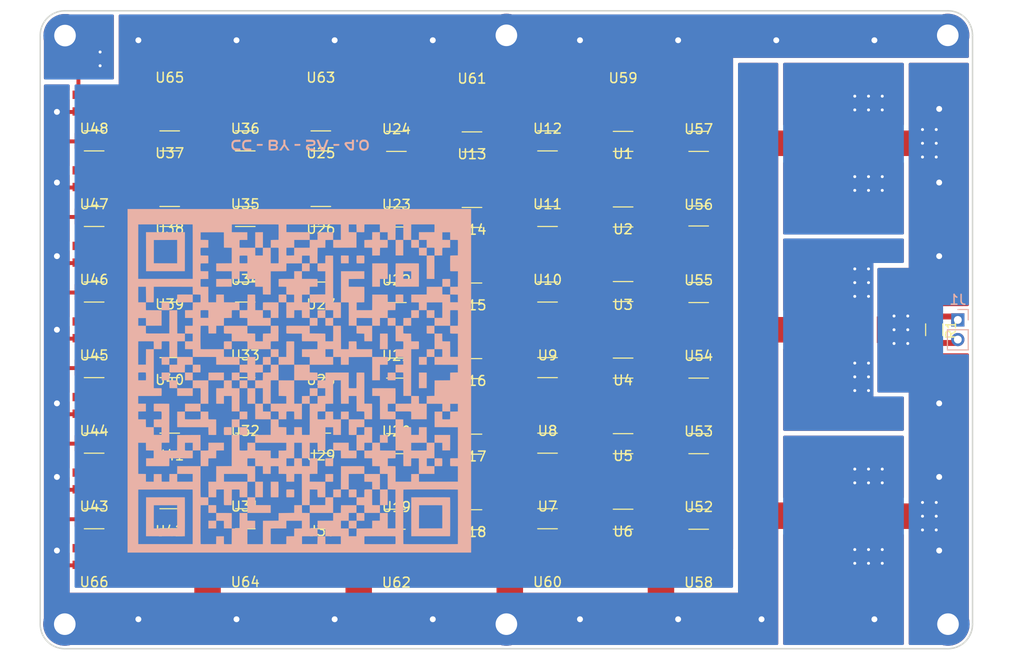
<source format=kicad_pcb>
(kicad_pcb (version 4) (host pcbnew 4.0.7)
  (layers (0 F.Cu signal) (31 B.Cu signal) (34 B.Paste user) (35 F.Paste user) (36 B.SilkS user) (37 F.SilkS user) (38 B.Mask user) (39 F.Mask user) (44 Edge.Cuts user))
  (net 0 "")
  (net 1 VCC)
  (net 2 GND)
  (net 3 "Net-(U1-Pad3)")
  (net 4 "Net-(U2-Pad3)")
  (net 5 "Net-(U3-Pad3)")
  (net 6 "Net-(U4-Pad3)")
  (net 7 "Net-(U5-Pad3)")
  (net 8 "Net-(U6-Pad3)")
  (net 9 "Net-(U7-Pad3)")
  (net 10 "Net-(U8-Pad3)")
  (net 11 "Net-(U10-Pad1)")
  (net 12 "Net-(U10-Pad3)")
  (net 13 "Net-(U11-Pad3)")
  (net 14 "Net-(U12-Pad3)")
  (net 15 "Net-(U13-Pad3)")
  (net 16 "Net-(U14-Pad3)")
  (net 17 "Net-(U15-Pad3)")
  (net 18 "Net-(U16-Pad3)")
  (net 19 "Net-(U17-Pad3)")
  (net 20 "Net-(U18-Pad3)")
  (net 21 "Net-(U19-Pad3)")
  (net 22 "Net-(U20-Pad3)")
  (net 23 "Net-(U21-Pad3)")
  (net 24 "Net-(U22-Pad3)")
  (net 25 "Net-(U23-Pad3)")
  (net 26 "Net-(U24-Pad3)")
  (net 27 "Net-(U25-Pad3)")
  (net 28 "Net-(U26-Pad3)")
  (net 29 "Net-(U27-Pad3)")
  (net 30 "Net-(U28-Pad3)")
  (net 31 "Net-(U29-Pad3)")
  (net 32 "Net-(U30-Pad3)")
  (net 33 "Net-(U31-Pad3)")
  (net 34 "Net-(U32-Pad3)")
  (net 35 "Net-(U33-Pad3)")
  (net 36 "Net-(U34-Pad3)")
  (net 37 "Net-(U35-Pad3)")
  (net 38 "Net-(U36-Pad3)")
  (net 39 "Net-(U37-Pad3)")
  (net 40 "Net-(U38-Pad3)")
  (net 41 "Net-(U39-Pad3)")
  (net 42 "Net-(U40-Pad3)")
  (net 43 "Net-(U41-Pad3)")
  (net 44 "Net-(U42-Pad3)")
  (net 45 "Net-(U43-Pad3)")
  (net 46 "Net-(U44-Pad3)")
  (net 47 "Net-(U45-Pad3)")
  (net 48 "Net-(U46-Pad3)")
  (net 49 "Net-(U47-Pad3)")
  (net 50 PWM_1)
  (net 51 "Net-(U1-Pad1)")
  (net 52 "Net-(U52-Pad3)")
  (net 53 "Net-(U53-Pad3)")
  (net 54 "Net-(U54-Pad3)")
  (net 55 "Net-(U55-Pad3)")
  (net 56 "Net-(U56-Pad3)")
  (net 57 OC1A)
  (net 58 "Net-(U60-Pad3)")
  (net 59 "Net-(U13-Pad1)")
  (net 60 "Net-(U19-Pad1)")
  (net 61 "Net-(U25-Pad1)")
  (net 62 "Net-(U31-Pad1)")
  (net 63 "Net-(U37-Pad1)")
  (net 64 "Net-(U43-Pad1)")
  (net 65 "Net-(U52-Pad1)")
  (net 66 "Net-(U57-Pad3)")
  (net 67 "Net-(J1-Pad1)")
  (net 68 "Net-(J1-Pad2)")
  (net 69 "Net-(D1-Pad3)")
  (net 70 "Net-(D2-Pad3)")
  (net 71 "Net-(D3-Pad3)")
  (module Capacitors_SMD:C_1206 (layer F.Cu) (at 100.991858 64.508092)
    (fp_text reference C10 hide)
    (fp_text value 100nF)
    (pad 1 smd rect (at -1.5 0) (size 1 1.6) (layers F.Cu F.Paste F.Mask) (net 1 VCC))
    (pad 2 smd rect (at 1.5 0) (size 1 1.6) (layers F.Cu F.Paste F.Mask) (net 2 GND))
  )
  (module Capacitors_SMD:C_1206 (layer F.Cu) (at 93.291858 64.458092 180)
    (fp_text reference C1 hide)
    (fp_text value 100nF)
    (pad 1 smd rect (at -1.5 0 180) (size 1 1.6) (layers F.Cu F.Paste F.Mask) (net 1 VCC))
    (pad 2 smd rect (at 1.5 0 180) (size 1 1.6) (layers F.Cu F.Paste F.Mask) (net 2 GND))
  )
  (module Capacitors_SMD:C_1206 (layer F.Cu) (at 85.591858 41.358092)
    (fp_text reference C2 hide)
    (fp_text value 100nF)
    (pad 1 smd rect (at -1.5 0) (size 1 1.6) (layers F.Cu F.Paste F.Mask) (net 1 VCC))
    (pad 2 smd rect (at 1.5 0) (size 1 1.6) (layers F.Cu F.Paste F.Mask) (net 2 GND))
  )
  (module Capacitors_SMD:C_1206 (layer F.Cu) (at 100.991858 72.208092)
    (fp_text reference C3 hide)
    (fp_text value 100nF)
    (pad 1 smd rect (at -1.5 0) (size 1 1.6) (layers F.Cu F.Paste F.Mask) (net 1 VCC))
    (pad 2 smd rect (at 1.5 0) (size 1 1.6) (layers F.Cu F.Paste F.Mask) (net 2 GND))
  )
  (module Capacitors_SMD:C_1206 (layer F.Cu) (at 85.591858 64.458092)
    (fp_text reference C4 hide)
    (fp_text value 100nF)
    (pad 1 smd rect (at -1.5 0) (size 1 1.6) (layers F.Cu F.Paste F.Mask) (net 1 VCC))
    (pad 2 smd rect (at 1.5 0) (size 1 1.6) (layers F.Cu F.Paste F.Mask) (net 2 GND))
  )
  (module Capacitors_SMD:C_1206 (layer F.Cu) (at 85.591858 56.758092)
    (fp_text reference C5 hide)
    (fp_text value 100nF)
    (pad 1 smd rect (at -1.5 0) (size 1 1.6) (layers F.Cu F.Paste F.Mask) (net 1 VCC))
    (pad 2 smd rect (at 1.5 0) (size 1 1.6) (layers F.Cu F.Paste F.Mask) (net 2 GND))
  )
  (module Capacitors_SMD:C_1206 (layer F.Cu) (at 77.891858 72.158092 180)
    (fp_text reference C7 hide)
    (fp_text value 100nF)
    (pad 1 smd rect (at -1.5 0 180) (size 1 1.6) (layers F.Cu F.Paste F.Mask) (net 1 VCC))
    (pad 2 smd rect (at 1.5 0 180) (size 1 1.6) (layers F.Cu F.Paste F.Mask) (net 2 GND))
  )
  (module Capacitors_SMD:C_1206 (layer F.Cu) (at 77.891858 56.758092 180)
    (fp_text reference C8 hide)
    (fp_text value 100nF)
    (pad 1 smd rect (at -1.5 0 180) (size 1 1.6) (layers F.Cu F.Paste F.Mask) (net 1 VCC))
    (pad 2 smd rect (at 1.5 0 180) (size 1 1.6) (layers F.Cu F.Paste F.Mask) (net 2 GND))
  )
  (module Capacitors_SMD:C_1206 (layer F.Cu) (at 77.891858 64.458092 180)
    (fp_text reference C9 hide)
    (fp_text value 100nF)
    (pad 1 smd rect (at -1.5 0 180) (size 1 1.6) (layers F.Cu F.Paste F.Mask) (net 1 VCC))
    (pad 2 smd rect (at 1.5 0 180) (size 1 1.6) (layers F.Cu F.Paste F.Mask) (net 2 GND))
  )
  (module Capacitors_SMD:C_1206 (layer F.Cu) (at 85.591858 49.058092)
    (fp_text reference C11 hide)
    (fp_text value 100nF)
    (pad 1 smd rect (at -1.5 0) (size 1 1.6) (layers F.Cu F.Paste F.Mask) (net 1 VCC))
    (pad 2 smd rect (at 1.5 0) (size 1 1.6) (layers F.Cu F.Paste F.Mask) (net 2 GND))
  )
  (module Capacitors_SMD:C_1206 (layer F.Cu) (at 108.691858 64.558092 180)
    (fp_text reference C13 hide)
    (fp_text value 100nF)
    (pad 1 smd rect (at -1.5 0 180) (size 1 1.6) (layers F.Cu F.Paste F.Mask) (net 1 VCC))
    (pad 2 smd rect (at 1.5 0 180) (size 1 1.6) (layers F.Cu F.Paste F.Mask) (net 2 GND))
  )
  (module Capacitors_SMD:C_1206 (layer F.Cu) (at 70.191858 41.358092)
    (fp_text reference C14 hide)
    (fp_text value 100nF)
    (pad 1 smd rect (at -1.5 0) (size 1 1.6) (layers F.Cu F.Paste F.Mask) (net 1 VCC))
    (pad 2 smd rect (at 1.5 0) (size 1 1.6) (layers F.Cu F.Paste F.Mask) (net 2 GND))
  )
  (module Capacitors_SMD:C_1206 (layer F.Cu) (at 108.691858 56.858092 180)
    (fp_text reference C15 hide)
    (fp_text value 100nF)
    (pad 1 smd rect (at -1.5 0 180) (size 1 1.6) (layers F.Cu F.Paste F.Mask) (net 1 VCC))
    (pad 2 smd rect (at 1.5 0 180) (size 1 1.6) (layers F.Cu F.Paste F.Mask) (net 2 GND))
  )
  (module Capacitors_SMD:C_1206 (layer F.Cu) (at 77.891858 79.858092 180)
    (fp_text reference C16 hide)
    (fp_text value 100nF)
    (pad 1 smd rect (at -1.5 0 180) (size 1 1.6) (layers F.Cu F.Paste F.Mask) (net 1 VCC))
    (pad 2 smd rect (at 1.5 0 180) (size 1 1.6) (layers F.Cu F.Paste F.Mask) (net 2 GND))
  )
  (module Capacitors_SMD:C_1206 (layer F.Cu) (at 85.591858 72.158092)
    (fp_text reference C17 hide)
    (fp_text value 100nF)
    (pad 1 smd rect (at -1.5 0) (size 1 1.6) (layers F.Cu F.Paste F.Mask) (net 1 VCC))
    (pad 2 smd rect (at 1.5 0) (size 1 1.6) (layers F.Cu F.Paste F.Mask) (net 2 GND))
  )
  (module Capacitors_SMD:C_1206 (layer F.Cu) (at 93.291858 49.058092 180)
    (fp_text reference C19 hide)
    (fp_text value 100nF)
    (pad 1 smd rect (at -1.5 0 180) (size 1 1.6) (layers F.Cu F.Paste F.Mask) (net 1 VCC))
    (pad 2 smd rect (at 1.5 0 180) (size 1 1.6) (layers F.Cu F.Paste F.Mask) (net 2 GND))
  )
  (module Capacitors_SMD:C_1206 (layer F.Cu) (at 100.991858 41.408092)
    (fp_text reference C20 hide)
    (fp_text value 100nF)
    (pad 1 smd rect (at -1.5 0) (size 1 1.6) (layers F.Cu F.Paste F.Mask) (net 1 VCC))
    (pad 2 smd rect (at 1.5 0) (size 1 1.6) (layers F.Cu F.Paste F.Mask) (net 2 GND))
  )
  (module Capacitors_SMD:C_1206 (layer F.Cu) (at 70.191858 72.158092)
    (fp_text reference C21 hide)
    (fp_text value 100nF)
    (pad 1 smd rect (at -1.5 0) (size 1 1.6) (layers F.Cu F.Paste F.Mask) (net 1 VCC))
    (pad 2 smd rect (at 1.5 0) (size 1 1.6) (layers F.Cu F.Paste F.Mask) (net 2 GND))
  )
  (module Capacitors_SMD:C_1206 (layer F.Cu) (at 77.891858 49.058092 180)
    (fp_text reference C22 hide)
    (fp_text value 100nF)
    (pad 1 smd rect (at -1.5 0 180) (size 1 1.6) (layers F.Cu F.Paste F.Mask) (net 1 VCC))
    (pad 2 smd rect (at 1.5 0 180) (size 1 1.6) (layers F.Cu F.Paste F.Mask) (net 2 GND))
  )
  (module Capacitors_SMD:C_1206 (layer F.Cu) (at 70.191858 56.758092)
    (fp_text reference C23 hide)
    (fp_text value 100nF)
    (pad 1 smd rect (at -1.5 0) (size 1 1.6) (layers F.Cu F.Paste F.Mask) (net 1 VCC))
    (pad 2 smd rect (at 1.5 0) (size 1 1.6) (layers F.Cu F.Paste F.Mask) (net 2 GND))
  )
  (module Capacitors_SMD:C_1206 (layer F.Cu) (at 108.691858 72.258092 180)
    (fp_text reference C25 hide)
    (fp_text value 100nF)
    (pad 1 smd rect (at -1.5 0 180) (size 1 1.6) (layers F.Cu F.Paste F.Mask) (net 1 VCC))
    (pad 2 smd rect (at 1.5 0 180) (size 1 1.6) (layers F.Cu F.Paste F.Mask) (net 2 GND))
  )
  (module Capacitors_SMD:C_1206 (layer F.Cu) (at 70.191858 64.458092)
    (fp_text reference C26 hide)
    (fp_text value 100nF)
    (pad 1 smd rect (at -1.5 0) (size 1 1.6) (layers F.Cu F.Paste F.Mask) (net 1 VCC))
    (pad 2 smd rect (at 1.5 0) (size 1 1.6) (layers F.Cu F.Paste F.Mask) (net 2 GND))
  )
  (module Capacitors_SMD:C_1206 (layer F.Cu) (at 124.091858 56.708092 180)
    (fp_text reference C27 hide)
    (fp_text value 100nF)
    (pad 1 smd rect (at -1.5 0 180) (size 1 1.6) (layers F.Cu F.Paste F.Mask) (net 1 VCC))
    (pad 2 smd rect (at 1.5 0 180) (size 1 1.6) (layers F.Cu F.Paste F.Mask) (net 2 GND))
  )
  (module Capacitors_SMD:C_1206 (layer F.Cu) (at 93.291858 72.158092 180)
    (fp_text reference C28 hide)
    (fp_text value 100nF)
    (pad 1 smd rect (at -1.5 0 180) (size 1 1.6) (layers F.Cu F.Paste F.Mask) (net 1 VCC))
    (pad 2 smd rect (at 1.5 0 180) (size 1 1.6) (layers F.Cu F.Paste F.Mask) (net 2 GND))
  )
  (module Capacitors_SMD:C_1206 (layer F.Cu) (at 116.391858 41.358092)
    (fp_text reference C29 hide)
    (fp_text value 100nF)
    (pad 1 smd rect (at -1.5 0) (size 1 1.6) (layers F.Cu F.Paste F.Mask) (net 1 VCC))
    (pad 2 smd rect (at 1.5 0) (size 1 1.6) (layers F.Cu F.Paste F.Mask) (net 2 GND))
  )
  (module Capacitors_SMD:C_1206 (layer F.Cu) (at 93.291858 56.758092 180)
    (fp_text reference C31 hide)
    (fp_text value 100nF)
    (pad 1 smd rect (at -1.5 0 180) (size 1 1.6) (layers F.Cu F.Paste F.Mask) (net 1 VCC))
    (pad 2 smd rect (at 1.5 0 180) (size 1 1.6) (layers F.Cu F.Paste F.Mask) (net 2 GND))
  )
  (module Capacitors_SMD:C_1206 (layer F.Cu) (at 100.991858 49.108092)
    (fp_text reference C32 hide)
    (fp_text value 100nF)
    (pad 1 smd rect (at -1.5 0) (size 1 1.6) (layers F.Cu F.Paste F.Mask) (net 1 VCC))
    (pad 2 smd rect (at 1.5 0) (size 1 1.6) (layers F.Cu F.Paste F.Mask) (net 2 GND))
  )
  (module Capacitors_SMD:C_1206 (layer F.Cu) (at 116.391858 49.058092)
    (fp_text reference C33 hide)
    (fp_text value 100nF)
    (pad 1 smd rect (at -1.5 0) (size 1 1.6) (layers F.Cu F.Paste F.Mask) (net 1 VCC))
    (pad 2 smd rect (at 1.5 0) (size 1 1.6) (layers F.Cu F.Paste F.Mask) (net 2 GND))
  )
  (module Capacitors_SMD:C_1206 (layer F.Cu) (at 100.991858 56.808092)
    (fp_text reference C34 hide)
    (fp_text value 100nF)
    (pad 1 smd rect (at -1.5 0) (size 1 1.6) (layers F.Cu F.Paste F.Mask) (net 1 VCC))
    (pad 2 smd rect (at 1.5 0) (size 1 1.6) (layers F.Cu F.Paste F.Mask) (net 2 GND))
  )
  (module Capacitors_SMD:C_1206 (layer F.Cu) (at 70.191858 49.058092)
    (fp_text reference C35 hide)
    (fp_text value 100nF)
    (pad 1 smd rect (at -1.5 0) (size 1 1.6) (layers F.Cu F.Paste F.Mask) (net 1 VCC))
    (pad 2 smd rect (at 1.5 0) (size 1 1.6) (layers F.Cu F.Paste F.Mask) (net 2 GND))
  )
  (module Capacitors_SMD:C_1206 (layer F.Cu) (at 116.391858 56.758092)
    (fp_text reference C37 hide)
    (fp_text value 100nF)
    (pad 1 smd rect (at -1.5 0) (size 1 1.6) (layers F.Cu F.Paste F.Mask) (net 1 VCC))
    (pad 2 smd rect (at 1.5 0) (size 1 1.6) (layers F.Cu F.Paste F.Mask) (net 2 GND))
  )
  (module Capacitors_SMD:C_1206 (layer F.Cu) (at 124.091858 64.508092 180)
    (fp_text reference C38 hide)
    (fp_text value 100nF)
    (pad 1 smd rect (at -1.5 0 180) (size 1 1.6) (layers F.Cu F.Paste F.Mask) (net 1 VCC))
    (pad 2 smd rect (at 1.5 0 180) (size 1 1.6) (layers F.Cu F.Paste F.Mask) (net 2 GND))
  )
  (module Capacitors_SMD:C_1206 (layer F.Cu) (at 108.691858 79.958092 180)
    (fp_text reference C39 hide)
    (fp_text value 100nF)
    (pad 1 smd rect (at -1.5 0 180) (size 1 1.6) (layers F.Cu F.Paste F.Mask) (net 1 VCC))
    (pad 2 smd rect (at 1.5 0 180) (size 1 1.6) (layers F.Cu F.Paste F.Mask) (net 2 GND))
  )
  (module Capacitors_SMD:C_1206 (layer F.Cu) (at 124.091858 49.108092 180)
    (fp_text reference C40 hide)
    (fp_text value 100nF)
    (pad 1 smd rect (at -1.5 0 180) (size 1 1.6) (layers F.Cu F.Paste F.Mask) (net 1 VCC))
    (pad 2 smd rect (at 1.5 0 180) (size 1 1.6) (layers F.Cu F.Paste F.Mask) (net 2 GND))
  )
  (module Capacitors_SMD:C_1206 (layer F.Cu) (at 93.291858 79.858092 180)
    (fp_text reference C41 hide)
    (fp_text value 100nF)
    (pad 1 smd rect (at -1.5 0 180) (size 1 1.6) (layers F.Cu F.Paste F.Mask) (net 1 VCC))
    (pad 2 smd rect (at 1.5 0 180) (size 1 1.6) (layers F.Cu F.Paste F.Mask) (net 2 GND))
  )
  (module Capacitors_SMD:C_1206 (layer F.Cu) (at 116.391858 64.458092)
    (fp_text reference C43 hide)
    (fp_text value 100nF)
    (pad 1 smd rect (at -1.5 0) (size 1 1.6) (layers F.Cu F.Paste F.Mask) (net 1 VCC))
    (pad 2 smd rect (at 1.5 0) (size 1 1.6) (layers F.Cu F.Paste F.Mask) (net 2 GND))
  )
  (module Capacitors_SMD:C_1206 (layer F.Cu) (at 116.391858 72.158092)
    (fp_text reference C44 hide)
    (fp_text value 100nF)
    (pad 1 smd rect (at -1.5 0) (size 1 1.6) (layers F.Cu F.Paste F.Mask) (net 1 VCC))
    (pad 2 smd rect (at 1.5 0) (size 1 1.6) (layers F.Cu F.Paste F.Mask) (net 2 GND))
  )
  (module Capacitors_SMD:C_1206 (layer F.Cu) (at 124.091858 72.208092 180)
    (fp_text reference C45 hide)
    (fp_text value 100nF)
    (pad 1 smd rect (at -1.5 0 180) (size 1 1.6) (layers F.Cu F.Paste F.Mask) (net 1 VCC))
    (pad 2 smd rect (at 1.5 0 180) (size 1 1.6) (layers F.Cu F.Paste F.Mask) (net 2 GND))
  )
  (module Capacitors_SMD:C_1206 (layer F.Cu) (at 108.691858 49.158092 180)
    (fp_text reference C46 hide)
    (fp_text value 100nF)
    (pad 1 smd rect (at -1.5 0 180) (size 1 1.6) (layers F.Cu F.Paste F.Mask) (net 1 VCC))
    (pad 2 smd rect (at 1.5 0 180) (size 1 1.6) (layers F.Cu F.Paste F.Mask) (net 2 GND))
  )
  (module Capacitors_SMD:C_1206 (layer F.Cu) (at 124.091858 79.908092 180)
    (fp_text reference C47 hide)
    (fp_text value 100nF)
    (pad 1 smd rect (at -1.5 0 180) (size 1 1.6) (layers F.Cu F.Paste F.Mask) (net 1 VCC))
    (pad 2 smd rect (at 1.5 0 180) (size 1 1.6) (layers F.Cu F.Paste F.Mask) (net 2 GND))
  )
  (module Capacitors_SMD:C_1206 (layer F.Cu) (at 131.791858 41.408092)
    (fp_text reference C24 hide)
    (fp_text value 100nF)
    (pad 1 smd rect (at -1.5 0) (size 1 1.6) (layers F.Cu F.Paste F.Mask) (net 1 VCC))
    (pad 2 smd rect (at 1.5 0) (size 1 1.6) (layers F.Cu F.Paste F.Mask) (net 2 GND))
  )
  (module Capacitors_SMD:C_1206 (layer F.Cu) (at 131.791858 49.008092)
    (fp_text reference C30 hide)
    (fp_text value 100nF)
    (pad 1 smd rect (at -1.5 0) (size 1 1.6) (layers F.Cu F.Paste F.Mask) (net 1 VCC))
    (pad 2 smd rect (at 1.5 0) (size 1 1.6) (layers F.Cu F.Paste F.Mask) (net 2 GND))
  )
  (module Capacitors_SMD:C_1206 (layer F.Cu) (at 131.791858 56.808092)
    (fp_text reference C36 hide)
    (fp_text value 100nF)
    (pad 1 smd rect (at -1.5 0) (size 1 1.6) (layers F.Cu F.Paste F.Mask) (net 1 VCC))
    (pad 2 smd rect (at 1.5 0) (size 1 1.6) (layers F.Cu F.Paste F.Mask) (net 2 GND))
  )
  (module Capacitors_SMD:C_1206 (layer F.Cu) (at 131.791858 64.508092)
    (fp_text reference C42 hide)
    (fp_text value 100nF)
    (pad 1 smd rect (at -1.5 0) (size 1 1.6) (layers F.Cu F.Paste F.Mask) (net 1 VCC))
    (pad 2 smd rect (at 1.5 0) (size 1 1.6) (layers F.Cu F.Paste F.Mask) (net 2 GND))
  )
  (module Capacitors_SMD:C_1206 (layer F.Cu) (at 131.791858 72.208092)
    (fp_text reference C48 hide)
    (fp_text value 100nF)
    (pad 1 smd rect (at -1.5 0) (size 1 1.6) (layers F.Cu F.Paste F.Mask) (net 1 VCC))
    (pad 2 smd rect (at 1.5 0) (size 1 1.6) (layers F.Cu F.Paste F.Mask) (net 2 GND))
  )
  (module Capacitors_SMD:C_1206 (layer F.Cu) (at 77.891858 41.358092 180)
    (fp_text reference C49 hide)
    (fp_text value 100nF)
    (pad 1 smd rect (at -1.5 0 180) (size 1 1.6) (layers F.Cu F.Paste F.Mask) (net 1 VCC))
    (pad 2 smd rect (at 1.5 0 180) (size 1 1.6) (layers F.Cu F.Paste F.Mask) (net 2 GND))
  )
  (module Capacitors_SMD:C_1206 (layer F.Cu) (at 93.291858 41.358092 180)
    (fp_text reference C50 hide)
    (fp_text value 100nF)
    (pad 1 smd rect (at -1.5 0 180) (size 1 1.6) (layers F.Cu F.Paste F.Mask) (net 1 VCC))
    (pad 2 smd rect (at 1.5 0 180) (size 1 1.6) (layers F.Cu F.Paste F.Mask) (net 2 GND))
  )
  (module Capacitors_SMD:C_1206 (layer F.Cu) (at 108.691858 41.458092 180)
    (fp_text reference C51 hide)
    (fp_text value 100nF)
    (pad 1 smd rect (at -1.5 0 180) (size 1 1.6) (layers F.Cu F.Paste F.Mask) (net 1 VCC))
    (pad 2 smd rect (at 1.5 0 180) (size 1 1.6) (layers F.Cu F.Paste F.Mask) (net 2 GND))
  )
  (module Capacitors_SMD:C_1206 (layer F.Cu) (at 124.091858 41.408092 180)
    (fp_text reference C52 hide)
    (fp_text value 100nF)
    (pad 1 smd rect (at -1.5 0 180) (size 1 1.6) (layers F.Cu F.Paste F.Mask) (net 1 VCC))
    (pad 2 smd rect (at 1.5 0 180) (size 1 1.6) (layers F.Cu F.Paste F.Mask) (net 2 GND))
  )
  (module Capacitors_SMD:C_1206 (layer F.Cu) (at 131.791858 79.908092)
    (fp_text reference C53 hide)
    (fp_text value 100nF)
    (pad 1 smd rect (at -1.5 0) (size 1 1.6) (layers F.Cu F.Paste F.Mask) (net 1 VCC))
    (pad 2 smd rect (at 1.5 0) (size 1 1.6) (layers F.Cu F.Paste F.Mask) (net 2 GND))
  )
  (module Capacitors_SMD:C_1206 (layer F.Cu) (at 116.391858 79.858092)
    (fp_text reference C54 hide)
    (fp_text value 100nF)
    (pad 1 smd rect (at -1.5 0) (size 1 1.6) (layers F.Cu F.Paste F.Mask) (net 1 VCC))
    (pad 2 smd rect (at 1.5 0) (size 1 1.6) (layers F.Cu F.Paste F.Mask) (net 2 GND))
  )
  (module Capacitors_SMD:C_1206 (layer F.Cu) (at 100.891858 79.908092)
    (fp_text reference C55 hide)
    (fp_text value 100nF)
    (pad 1 smd rect (at -1.5 0) (size 1 1.6) (layers F.Cu F.Paste F.Mask) (net 1 VCC))
    (pad 2 smd rect (at 1.5 0) (size 1 1.6) (layers F.Cu F.Paste F.Mask) (net 2 GND))
  )
  (module Capacitors_SMD:C_1206 (layer F.Cu) (at 85.591858 79.858092)
    (fp_text reference C56 hide)
    (fp_text value 100nF)
    (pad 1 smd rect (at -1.5 0) (size 1 1.6) (layers F.Cu F.Paste F.Mask) (net 1 VCC))
    (pad 2 smd rect (at 1.5 0) (size 1 1.6) (layers F.Cu F.Paste F.Mask) (net 2 GND))
  )
  (module Capacitors_SMD:C_1206 (layer F.Cu) (at 70.191858 79.858092)
    (fp_text reference C57 hide)
    (fp_text value 100nF)
    (pad 1 smd rect (at -1.5 0) (size 1 1.6) (layers F.Cu F.Paste F.Mask) (net 1 VCC))
    (pad 2 smd rect (at 1.5 0) (size 1 1.6) (layers F.Cu F.Paste F.Mask) (net 2 GND))
  )
  (module Mounting_Holes:MountingHole_2.2mm_M2_Pad (layer F.Cu) (at 112.2 90.6)
    (fp_text reference MK1 hide)
    (fp_text value VCC)
    (pad 1 thru_hole circle (at 0 0) (size 4.4 4.4) (drill 2.2) (layers *.Cu *.Mask) (net 1 VCC))
  )
  (module Mounting_Holes:MountingHole_2.2mm_M2_Pad (layer F.Cu) (at 67.225 30.625)
    (fp_text reference MK2 hide)
    (fp_text value OC1A)
    (pad 1 thru_hole circle (at 0 0) (size 4.4 4.4) (drill 2.2) (layers *.Cu *.Mask) (net 57 OC1A))
  )
  (module Mounting_Holes:MountingHole_2.2mm_M2_Pad (layer F.Cu) (at 157.175 30.6)
    (fp_text reference MK3 hide)
    (fp_text value GND)
    (pad 1 thru_hole circle (at 0 0) (size 4.4 4.4) (drill 2.2) (layers *.Cu *.Mask) (net 2 GND))
  )
  (module Mounting_Holes:MountingHole_2.2mm_M2_Pad (layer F.Cu) (at 157.2 90.6)
    (fp_text reference MK4 hide)
    (fp_text value PWM_1)
    (pad 1 thru_hole circle (at 0 0) (size 4.4 4.4) (drill 2.2) (layers *.Cu *.Mask) (net 50 PWM_1))
  )
  (module Mounting_Holes:MountingHole_2.2mm_M2_Pad (layer F.Cu) (at 112.2 30.6)
    (fp_text reference MK5 hide)
    (fp_text value GND)
    (pad 1 thru_hole circle (at 0 0) (size 4.4 4.4) (drill 2.2) (layers *.Cu *.Mask) (net 2 GND))
  )
  (module Mounting_Holes:MountingHole_2.2mm_M2_Pad (layer F.Cu) (at 67.2 90.6)
    (fp_text reference MK6 hide)
    (fp_text value VCC_OPT)
    (pad 1 thru_hole circle (at 0 0) (size 4.4 4.4) (drill 2.2) (layers *.Cu *.Mask) (net 1 VCC))
  )
  (module lt_foots:LED_osram_oslon_ssl_powerled (layer F.Cu) (at 149.1 79.6 180)
    (fp_text reference D1 hide)
    (fp_text value LED_oslon_ssl80)
    (pad 1 smd rect (at -1.2 0 180) (size 0.7 2.7) (layers F.Cu F.Paste F.Mask) (net 50 PWM_1))
    (pad 3 smd rect (at 0 0 180) (size 1 2.7) (layers F.Cu F.Paste F.Mask) (net 69 "Net-(D1-Pad3)"))
    (pad 2 smd rect (at 1.2 0 180) (size 0.7 2.7) (layers F.Cu F.Paste F.Mask) (net 1 VCC))
  )
  (module lt_foots:LED_osram_oslon_ssl_powerled (layer F.Cu) (at 149.1 60.6 180)
    (fp_text reference D2 hide)
    (fp_text value LED_oslon_ssl80)
    (pad 1 smd rect (at -1.2 0 180) (size 0.7 2.7) (layers F.Cu F.Paste F.Mask) (net 50 PWM_1))
    (pad 3 smd rect (at 0 0 180) (size 1 2.7) (layers F.Cu F.Paste F.Mask) (net 70 "Net-(D2-Pad3)"))
    (pad 2 smd rect (at 1.2 0 180) (size 0.7 2.7) (layers F.Cu F.Paste F.Mask) (net 1 VCC))
  )
  (module lt_foots:LED_osram_oslon_ssl_powerled (layer F.Cu) (at 149.1 41.6 180)
    (fp_text reference D3 hide)
    (fp_text value LED_oslon_ssl80)
    (pad 1 smd rect (at -1.2 0 180) (size 0.7 2.7) (layers F.Cu F.Paste F.Mask) (net 50 PWM_1))
    (pad 3 smd rect (at 0 0 180) (size 1 2.7) (layers F.Cu F.Paste F.Mask) (net 71 "Net-(D3-Pad3)"))
    (pad 2 smd rect (at 1.2 0 180) (size 0.7 2.7) (layers F.Cu F.Paste F.Mask) (net 1 VCC))
  )
  (module lt_foots:SK6812_3535 (layer F.Cu) (at 124.091858 45.258092)
    (fp_text reference U1 (at 0 -2.6) (layer F.SilkS))
    (fp_text value RGB_ws2812_3535)
    (pad 4 smd rect (at 1.6 -0.85) (size 1.2 0.85) (layers F.Cu F.Paste F.Mask) (net 1 VCC))
    (pad 3 smd rect (at 1.6 0.85) (size 1.2 0.85) (layers F.Cu F.Paste F.Mask) (net 3 "Net-(U1-Pad3)"))
    (pad 2 smd rect (at -1.6 0.85) (size 1.2 0.85) (layers F.Cu F.Paste F.Mask) (net 2 GND))
    (pad 1 smd rect (at -1.6 -0.85) (size 1.2 0.85) (layers F.Cu F.Paste F.Mask) (net 51 "Net-(U1-Pad1)"))
  )
  (module lt_foots:SK6812_3535 (layer F.Cu) (at 124.091858 52.958092)
    (fp_text reference U2 (at 0 -2.6) (layer F.SilkS))
    (fp_text value RGB_ws2812_3535)
    (pad 4 smd rect (at 1.6 -0.85) (size 1.2 0.85) (layers F.Cu F.Paste F.Mask) (net 1 VCC))
    (pad 3 smd rect (at 1.6 0.85) (size 1.2 0.85) (layers F.Cu F.Paste F.Mask) (net 4 "Net-(U2-Pad3)"))
    (pad 2 smd rect (at -1.6 0.85) (size 1.2 0.85) (layers F.Cu F.Paste F.Mask) (net 2 GND))
    (pad 1 smd rect (at -1.6 -0.85) (size 1.2 0.85) (layers F.Cu F.Paste F.Mask) (net 3 "Net-(U1-Pad3)"))
  )
  (module lt_foots:SK6812_3535 (layer F.Cu) (at 124.091858 60.658092)
    (fp_text reference U3 (at 0 -2.6) (layer F.SilkS))
    (fp_text value RGB_ws2812_3535)
    (pad 4 smd rect (at 1.6 -0.85) (size 1.2 0.85) (layers F.Cu F.Paste F.Mask) (net 1 VCC))
    (pad 3 smd rect (at 1.6 0.85) (size 1.2 0.85) (layers F.Cu F.Paste F.Mask) (net 5 "Net-(U3-Pad3)"))
    (pad 2 smd rect (at -1.6 0.85) (size 1.2 0.85) (layers F.Cu F.Paste F.Mask) (net 2 GND))
    (pad 1 smd rect (at -1.6 -0.85) (size 1.2 0.85) (layers F.Cu F.Paste F.Mask) (net 4 "Net-(U2-Pad3)"))
  )
  (module lt_foots:SK6812_3535 (layer F.Cu) (at 124.091858 68.358092)
    (fp_text reference U4 (at 0 -2.6) (layer F.SilkS))
    (fp_text value RGB_ws2812_3535)
    (pad 4 smd rect (at 1.6 -0.85) (size 1.2 0.85) (layers F.Cu F.Paste F.Mask) (net 1 VCC))
    (pad 3 smd rect (at 1.6 0.85) (size 1.2 0.85) (layers F.Cu F.Paste F.Mask) (net 6 "Net-(U4-Pad3)"))
    (pad 2 smd rect (at -1.6 0.85) (size 1.2 0.85) (layers F.Cu F.Paste F.Mask) (net 2 GND))
    (pad 1 smd rect (at -1.6 -0.85) (size 1.2 0.85) (layers F.Cu F.Paste F.Mask) (net 5 "Net-(U3-Pad3)"))
  )
  (module lt_foots:SK6812_3535 (layer F.Cu) (at 124.091858 76.058092)
    (fp_text reference U5 (at 0 -2.6) (layer F.SilkS))
    (fp_text value RGB_ws2812_3535)
    (pad 4 smd rect (at 1.6 -0.85) (size 1.2 0.85) (layers F.Cu F.Paste F.Mask) (net 1 VCC))
    (pad 3 smd rect (at 1.6 0.85) (size 1.2 0.85) (layers F.Cu F.Paste F.Mask) (net 7 "Net-(U5-Pad3)"))
    (pad 2 smd rect (at -1.6 0.85) (size 1.2 0.85) (layers F.Cu F.Paste F.Mask) (net 2 GND))
    (pad 1 smd rect (at -1.6 -0.85) (size 1.2 0.85) (layers F.Cu F.Paste F.Mask) (net 6 "Net-(U4-Pad3)"))
  )
  (module lt_foots:SK6812_3535 (layer F.Cu) (at 124.091858 83.758092)
    (fp_text reference U6 (at 0 -2.6) (layer F.SilkS))
    (fp_text value RGB_ws2812_3535)
    (pad 4 smd rect (at 1.6 -0.85) (size 1.2 0.85) (layers F.Cu F.Paste F.Mask) (net 1 VCC))
    (pad 3 smd rect (at 1.6 0.85) (size 1.2 0.85) (layers F.Cu F.Paste F.Mask) (net 8 "Net-(U6-Pad3)"))
    (pad 2 smd rect (at -1.6 0.85) (size 1.2 0.85) (layers F.Cu F.Paste F.Mask) (net 2 GND))
    (pad 1 smd rect (at -1.6 -0.85) (size 1.2 0.85) (layers F.Cu F.Paste F.Mask) (net 7 "Net-(U5-Pad3)"))
  )
  (module lt_foots:SK6812_3535 (layer F.Cu) (at 116.391858 76.008092 180)
    (fp_text reference U7 (at 0 -2.6 180) (layer F.SilkS))
    (fp_text value RGB_ws2812_3535)
    (pad 4 smd rect (at 1.6 -0.85 180) (size 1.2 0.85) (layers F.Cu F.Paste F.Mask) (net 1 VCC))
    (pad 3 smd rect (at 1.6 0.85 180) (size 1.2 0.85) (layers F.Cu F.Paste F.Mask) (net 9 "Net-(U7-Pad3)"))
    (pad 2 smd rect (at -1.6 0.85 180) (size 1.2 0.85) (layers F.Cu F.Paste F.Mask) (net 2 GND))
    (pad 1 smd rect (at -1.6 -0.85 180) (size 1.2 0.85) (layers F.Cu F.Paste F.Mask) (net 58 "Net-(U60-Pad3)"))
  )
  (module lt_foots:SK6812_3535 (layer F.Cu) (at 116.391858 68.308092 180)
    (fp_text reference U8 (at 0 -2.6 180) (layer F.SilkS))
    (fp_text value RGB_ws2812_3535)
    (pad 4 smd rect (at 1.6 -0.85 180) (size 1.2 0.85) (layers F.Cu F.Paste F.Mask) (net 1 VCC))
    (pad 3 smd rect (at 1.6 0.85 180) (size 1.2 0.85) (layers F.Cu F.Paste F.Mask) (net 10 "Net-(U8-Pad3)"))
    (pad 2 smd rect (at -1.6 0.85 180) (size 1.2 0.85) (layers F.Cu F.Paste F.Mask) (net 2 GND))
    (pad 1 smd rect (at -1.6 -0.85 180) (size 1.2 0.85) (layers F.Cu F.Paste F.Mask) (net 9 "Net-(U7-Pad3)"))
  )
  (module lt_foots:SK6812_3535 (layer F.Cu) (at 116.391858 60.608092 180)
    (fp_text reference U9 (at 0 -2.6 180) (layer F.SilkS))
    (fp_text value RGB_ws2812_3535)
    (pad 4 smd rect (at 1.6 -0.85 180) (size 1.2 0.85) (layers F.Cu F.Paste F.Mask) (net 1 VCC))
    (pad 3 smd rect (at 1.6 0.85 180) (size 1.2 0.85) (layers F.Cu F.Paste F.Mask) (net 11 "Net-(U10-Pad1)"))
    (pad 2 smd rect (at -1.6 0.85 180) (size 1.2 0.85) (layers F.Cu F.Paste F.Mask) (net 2 GND))
    (pad 1 smd rect (at -1.6 -0.85 180) (size 1.2 0.85) (layers F.Cu F.Paste F.Mask) (net 10 "Net-(U8-Pad3)"))
  )
  (module lt_foots:SK6812_3535 (layer F.Cu) (at 116.391858 52.908092 180)
    (fp_text reference U10 (at 0 -2.6 180) (layer F.SilkS))
    (fp_text value RGB_ws2812_3535)
    (pad 4 smd rect (at 1.6 -0.85 180) (size 1.2 0.85) (layers F.Cu F.Paste F.Mask) (net 1 VCC))
    (pad 3 smd rect (at 1.6 0.85 180) (size 1.2 0.85) (layers F.Cu F.Paste F.Mask) (net 12 "Net-(U10-Pad3)"))
    (pad 2 smd rect (at -1.6 0.85 180) (size 1.2 0.85) (layers F.Cu F.Paste F.Mask) (net 2 GND))
    (pad 1 smd rect (at -1.6 -0.85 180) (size 1.2 0.85) (layers F.Cu F.Paste F.Mask) (net 11 "Net-(U10-Pad1)"))
  )
  (module lt_foots:SK6812_3535 (layer F.Cu) (at 116.391858 45.208092 180)
    (fp_text reference U11 (at 0 -2.6 180) (layer F.SilkS))
    (fp_text value RGB_ws2812_3535)
    (pad 4 smd rect (at 1.6 -0.85 180) (size 1.2 0.85) (layers F.Cu F.Paste F.Mask) (net 1 VCC))
    (pad 3 smd rect (at 1.6 0.85 180) (size 1.2 0.85) (layers F.Cu F.Paste F.Mask) (net 13 "Net-(U11-Pad3)"))
    (pad 2 smd rect (at -1.6 0.85 180) (size 1.2 0.85) (layers F.Cu F.Paste F.Mask) (net 2 GND))
    (pad 1 smd rect (at -1.6 -0.85 180) (size 1.2 0.85) (layers F.Cu F.Paste F.Mask) (net 12 "Net-(U10-Pad3)"))
  )
  (module lt_foots:SK6812_3535 (layer F.Cu) (at 116.391858 37.508092 180)
    (fp_text reference U12 (at 0 -2.6 180) (layer F.SilkS))
    (fp_text value RGB_ws2812_3535)
    (pad 4 smd rect (at 1.6 -0.85 180) (size 1.2 0.85) (layers F.Cu F.Paste F.Mask) (net 1 VCC))
    (pad 3 smd rect (at 1.6 0.85 180) (size 1.2 0.85) (layers F.Cu F.Paste F.Mask) (net 14 "Net-(U12-Pad3)"))
    (pad 2 smd rect (at -1.6 0.85 180) (size 1.2 0.85) (layers F.Cu F.Paste F.Mask) (net 2 GND))
    (pad 1 smd rect (at -1.6 -0.85 180) (size 1.2 0.85) (layers F.Cu F.Paste F.Mask) (net 13 "Net-(U11-Pad3)"))
  )
  (module lt_foots:SK6812_3535 (layer F.Cu) (at 108.691858 45.308092)
    (fp_text reference U13 (at 0 -2.6) (layer F.SilkS))
    (fp_text value RGB_ws2812_3535)
    (pad 4 smd rect (at 1.6 -0.85) (size 1.2 0.85) (layers F.Cu F.Paste F.Mask) (net 1 VCC))
    (pad 3 smd rect (at 1.6 0.85) (size 1.2 0.85) (layers F.Cu F.Paste F.Mask) (net 15 "Net-(U13-Pad3)"))
    (pad 2 smd rect (at -1.6 0.85) (size 1.2 0.85) (layers F.Cu F.Paste F.Mask) (net 2 GND))
    (pad 1 smd rect (at -1.6 -0.85) (size 1.2 0.85) (layers F.Cu F.Paste F.Mask) (net 59 "Net-(U13-Pad1)"))
  )
  (module lt_foots:SK6812_3535 (layer F.Cu) (at 108.691858 53.008092)
    (fp_text reference U14 (at 0 -2.6) (layer F.SilkS))
    (fp_text value RGB_ws2812_3535)
    (pad 4 smd rect (at 1.6 -0.85) (size 1.2 0.85) (layers F.Cu F.Paste F.Mask) (net 1 VCC))
    (pad 3 smd rect (at 1.6 0.85) (size 1.2 0.85) (layers F.Cu F.Paste F.Mask) (net 16 "Net-(U14-Pad3)"))
    (pad 2 smd rect (at -1.6 0.85) (size 1.2 0.85) (layers F.Cu F.Paste F.Mask) (net 2 GND))
    (pad 1 smd rect (at -1.6 -0.85) (size 1.2 0.85) (layers F.Cu F.Paste F.Mask) (net 15 "Net-(U13-Pad3)"))
  )
  (module lt_foots:SK6812_3535 (layer F.Cu) (at 108.691858 60.708092)
    (fp_text reference U15 (at 0 -2.6) (layer F.SilkS))
    (fp_text value RGB_ws2812_3535)
    (pad 4 smd rect (at 1.6 -0.85) (size 1.2 0.85) (layers F.Cu F.Paste F.Mask) (net 1 VCC))
    (pad 3 smd rect (at 1.6 0.85) (size 1.2 0.85) (layers F.Cu F.Paste F.Mask) (net 17 "Net-(U15-Pad3)"))
    (pad 2 smd rect (at -1.6 0.85) (size 1.2 0.85) (layers F.Cu F.Paste F.Mask) (net 2 GND))
    (pad 1 smd rect (at -1.6 -0.85) (size 1.2 0.85) (layers F.Cu F.Paste F.Mask) (net 16 "Net-(U14-Pad3)"))
  )
  (module lt_foots:SK6812_3535 (layer F.Cu) (at 108.691858 68.408092)
    (fp_text reference U16 (at 0 -2.6) (layer F.SilkS))
    (fp_text value RGB_ws2812_3535)
    (pad 4 smd rect (at 1.6 -0.85) (size 1.2 0.85) (layers F.Cu F.Paste F.Mask) (net 1 VCC))
    (pad 3 smd rect (at 1.6 0.85) (size 1.2 0.85) (layers F.Cu F.Paste F.Mask) (net 18 "Net-(U16-Pad3)"))
    (pad 2 smd rect (at -1.6 0.85) (size 1.2 0.85) (layers F.Cu F.Paste F.Mask) (net 2 GND))
    (pad 1 smd rect (at -1.6 -0.85) (size 1.2 0.85) (layers F.Cu F.Paste F.Mask) (net 17 "Net-(U15-Pad3)"))
  )
  (module lt_foots:SK6812_3535 (layer F.Cu) (at 108.691858 76.108092)
    (fp_text reference U17 (at 0 -2.6) (layer F.SilkS))
    (fp_text value RGB_ws2812_3535)
    (pad 4 smd rect (at 1.6 -0.85) (size 1.2 0.85) (layers F.Cu F.Paste F.Mask) (net 1 VCC))
    (pad 3 smd rect (at 1.6 0.85) (size 1.2 0.85) (layers F.Cu F.Paste F.Mask) (net 19 "Net-(U17-Pad3)"))
    (pad 2 smd rect (at -1.6 0.85) (size 1.2 0.85) (layers F.Cu F.Paste F.Mask) (net 2 GND))
    (pad 1 smd rect (at -1.6 -0.85) (size 1.2 0.85) (layers F.Cu F.Paste F.Mask) (net 18 "Net-(U16-Pad3)"))
  )
  (module lt_foots:SK6812_3535 (layer F.Cu) (at 108.691858 83.808092)
    (fp_text reference U18 (at 0 -2.6) (layer F.SilkS))
    (fp_text value RGB_ws2812_3535)
    (pad 4 smd rect (at 1.6 -0.85) (size 1.2 0.85) (layers F.Cu F.Paste F.Mask) (net 1 VCC))
    (pad 3 smd rect (at 1.6 0.85) (size 1.2 0.85) (layers F.Cu F.Paste F.Mask) (net 20 "Net-(U18-Pad3)"))
    (pad 2 smd rect (at -1.6 0.85) (size 1.2 0.85) (layers F.Cu F.Paste F.Mask) (net 2 GND))
    (pad 1 smd rect (at -1.6 -0.85) (size 1.2 0.85) (layers F.Cu F.Paste F.Mask) (net 19 "Net-(U17-Pad3)"))
  )
  (module lt_foots:SK6812_3535 (layer F.Cu) (at 100.991858 76.058092 180)
    (fp_text reference U19 (at 0 -2.6 180) (layer F.SilkS))
    (fp_text value RGB_ws2812_3535)
    (pad 4 smd rect (at 1.6 -0.85 180) (size 1.2 0.85) (layers F.Cu F.Paste F.Mask) (net 1 VCC))
    (pad 3 smd rect (at 1.6 0.85 180) (size 1.2 0.85) (layers F.Cu F.Paste F.Mask) (net 21 "Net-(U19-Pad3)"))
    (pad 2 smd rect (at -1.6 0.85 180) (size 1.2 0.85) (layers F.Cu F.Paste F.Mask) (net 2 GND))
    (pad 1 smd rect (at -1.6 -0.85 180) (size 1.2 0.85) (layers F.Cu F.Paste F.Mask) (net 60 "Net-(U19-Pad1)"))
  )
  (module lt_foots:SK6812_3535 (layer F.Cu) (at 100.991858 68.358092 180)
    (fp_text reference U20 (at 0 -2.6 180) (layer F.SilkS))
    (fp_text value RGB_ws2812_3535)
    (pad 4 smd rect (at 1.6 -0.85 180) (size 1.2 0.85) (layers F.Cu F.Paste F.Mask) (net 1 VCC))
    (pad 3 smd rect (at 1.6 0.85 180) (size 1.2 0.85) (layers F.Cu F.Paste F.Mask) (net 22 "Net-(U20-Pad3)"))
    (pad 2 smd rect (at -1.6 0.85 180) (size 1.2 0.85) (layers F.Cu F.Paste F.Mask) (net 2 GND))
    (pad 1 smd rect (at -1.6 -0.85 180) (size 1.2 0.85) (layers F.Cu F.Paste F.Mask) (net 21 "Net-(U19-Pad3)"))
  )
  (module lt_foots:SK6812_3535 (layer F.Cu) (at 100.991858 60.658092 180)
    (fp_text reference U21 (at 0 -2.6 180) (layer F.SilkS))
    (fp_text value RGB_ws2812_3535)
    (pad 4 smd rect (at 1.6 -0.85 180) (size 1.2 0.85) (layers F.Cu F.Paste F.Mask) (net 1 VCC))
    (pad 3 smd rect (at 1.6 0.85 180) (size 1.2 0.85) (layers F.Cu F.Paste F.Mask) (net 23 "Net-(U21-Pad3)"))
    (pad 2 smd rect (at -1.6 0.85 180) (size 1.2 0.85) (layers F.Cu F.Paste F.Mask) (net 2 GND))
    (pad 1 smd rect (at -1.6 -0.85 180) (size 1.2 0.85) (layers F.Cu F.Paste F.Mask) (net 22 "Net-(U20-Pad3)"))
  )
  (module lt_foots:SK6812_3535 (layer F.Cu) (at 100.991858 52.958092 180)
    (fp_text reference U22 (at 0 -2.6 180) (layer F.SilkS))
    (fp_text value RGB_ws2812_3535)
    (pad 4 smd rect (at 1.6 -0.85 180) (size 1.2 0.85) (layers F.Cu F.Paste F.Mask) (net 1 VCC))
    (pad 3 smd rect (at 1.6 0.85 180) (size 1.2 0.85) (layers F.Cu F.Paste F.Mask) (net 24 "Net-(U22-Pad3)"))
    (pad 2 smd rect (at -1.6 0.85 180) (size 1.2 0.85) (layers F.Cu F.Paste F.Mask) (net 2 GND))
    (pad 1 smd rect (at -1.6 -0.85 180) (size 1.2 0.85) (layers F.Cu F.Paste F.Mask) (net 23 "Net-(U21-Pad3)"))
  )
  (module lt_foots:SK6812_3535 (layer F.Cu) (at 100.991858 45.258092 180)
    (fp_text reference U23 (at 0 -2.6 180) (layer F.SilkS))
    (fp_text value RGB_ws2812_3535)
    (pad 4 smd rect (at 1.6 -0.85 180) (size 1.2 0.85) (layers F.Cu F.Paste F.Mask) (net 1 VCC))
    (pad 3 smd rect (at 1.6 0.85 180) (size 1.2 0.85) (layers F.Cu F.Paste F.Mask) (net 25 "Net-(U23-Pad3)"))
    (pad 2 smd rect (at -1.6 0.85 180) (size 1.2 0.85) (layers F.Cu F.Paste F.Mask) (net 2 GND))
    (pad 1 smd rect (at -1.6 -0.85 180) (size 1.2 0.85) (layers F.Cu F.Paste F.Mask) (net 24 "Net-(U22-Pad3)"))
  )
  (module lt_foots:SK6812_3535 (layer F.Cu) (at 100.991858 37.558092 180)
    (fp_text reference U24 (at 0 -2.6 180) (layer F.SilkS))
    (fp_text value RGB_ws2812_3535)
    (pad 4 smd rect (at 1.6 -0.85 180) (size 1.2 0.85) (layers F.Cu F.Paste F.Mask) (net 1 VCC))
    (pad 3 smd rect (at 1.6 0.85 180) (size 1.2 0.85) (layers F.Cu F.Paste F.Mask) (net 26 "Net-(U24-Pad3)"))
    (pad 2 smd rect (at -1.6 0.85 180) (size 1.2 0.85) (layers F.Cu F.Paste F.Mask) (net 2 GND))
    (pad 1 smd rect (at -1.6 -0.85 180) (size 1.2 0.85) (layers F.Cu F.Paste F.Mask) (net 25 "Net-(U23-Pad3)"))
  )
  (module lt_foots:SK6812_3535 (layer F.Cu) (at 93.291858 45.208092)
    (fp_text reference U25 (at 0 -2.6) (layer F.SilkS))
    (fp_text value RGB_ws2812_3535)
    (pad 4 smd rect (at 1.6 -0.85) (size 1.2 0.85) (layers F.Cu F.Paste F.Mask) (net 1 VCC))
    (pad 3 smd rect (at 1.6 0.85) (size 1.2 0.85) (layers F.Cu F.Paste F.Mask) (net 27 "Net-(U25-Pad3)"))
    (pad 2 smd rect (at -1.6 0.85) (size 1.2 0.85) (layers F.Cu F.Paste F.Mask) (net 2 GND))
    (pad 1 smd rect (at -1.6 -0.85) (size 1.2 0.85) (layers F.Cu F.Paste F.Mask) (net 61 "Net-(U25-Pad1)"))
  )
  (module lt_foots:SK6812_3535 (layer F.Cu) (at 93.291858 52.908092)
    (fp_text reference U26 (at 0 -2.6) (layer F.SilkS))
    (fp_text value RGB_ws2812_3535)
    (pad 4 smd rect (at 1.6 -0.85) (size 1.2 0.85) (layers F.Cu F.Paste F.Mask) (net 1 VCC))
    (pad 3 smd rect (at 1.6 0.85) (size 1.2 0.85) (layers F.Cu F.Paste F.Mask) (net 28 "Net-(U26-Pad3)"))
    (pad 2 smd rect (at -1.6 0.85) (size 1.2 0.85) (layers F.Cu F.Paste F.Mask) (net 2 GND))
    (pad 1 smd rect (at -1.6 -0.85) (size 1.2 0.85) (layers F.Cu F.Paste F.Mask) (net 27 "Net-(U25-Pad3)"))
  )
  (module lt_foots:SK6812_3535 (layer F.Cu) (at 93.291858 60.608092)
    (fp_text reference U27 (at 0 -2.6) (layer F.SilkS))
    (fp_text value RGB_ws2812_3535)
    (pad 4 smd rect (at 1.6 -0.85) (size 1.2 0.85) (layers F.Cu F.Paste F.Mask) (net 1 VCC))
    (pad 3 smd rect (at 1.6 0.85) (size 1.2 0.85) (layers F.Cu F.Paste F.Mask) (net 29 "Net-(U27-Pad3)"))
    (pad 2 smd rect (at -1.6 0.85) (size 1.2 0.85) (layers F.Cu F.Paste F.Mask) (net 2 GND))
    (pad 1 smd rect (at -1.6 -0.85) (size 1.2 0.85) (layers F.Cu F.Paste F.Mask) (net 28 "Net-(U26-Pad3)"))
  )
  (module lt_foots:SK6812_3535 (layer F.Cu) (at 93.291858 68.308092)
    (fp_text reference U28 (at 0 -2.6) (layer F.SilkS))
    (fp_text value RGB_ws2812_3535)
    (pad 4 smd rect (at 1.6 -0.85) (size 1.2 0.85) (layers F.Cu F.Paste F.Mask) (net 1 VCC))
    (pad 3 smd rect (at 1.6 0.85) (size 1.2 0.85) (layers F.Cu F.Paste F.Mask) (net 30 "Net-(U28-Pad3)"))
    (pad 2 smd rect (at -1.6 0.85) (size 1.2 0.85) (layers F.Cu F.Paste F.Mask) (net 2 GND))
    (pad 1 smd rect (at -1.6 -0.85) (size 1.2 0.85) (layers F.Cu F.Paste F.Mask) (net 29 "Net-(U27-Pad3)"))
  )
  (module lt_foots:SK6812_3535 (layer F.Cu) (at 93.291858 76.008092)
    (fp_text reference U29 (at 0 -2.6) (layer F.SilkS))
    (fp_text value RGB_ws2812_3535)
    (pad 4 smd rect (at 1.6 -0.85) (size 1.2 0.85) (layers F.Cu F.Paste F.Mask) (net 1 VCC))
    (pad 3 smd rect (at 1.6 0.85) (size 1.2 0.85) (layers F.Cu F.Paste F.Mask) (net 31 "Net-(U29-Pad3)"))
    (pad 2 smd rect (at -1.6 0.85) (size 1.2 0.85) (layers F.Cu F.Paste F.Mask) (net 2 GND))
    (pad 1 smd rect (at -1.6 -0.85) (size 1.2 0.85) (layers F.Cu F.Paste F.Mask) (net 30 "Net-(U28-Pad3)"))
  )
  (module lt_foots:SK6812_3535 (layer F.Cu) (at 93.291858 83.708092)
    (fp_text reference U30 (at 0 -2.6) (layer F.SilkS))
    (fp_text value RGB_ws2812_3535)
    (pad 4 smd rect (at 1.6 -0.85) (size 1.2 0.85) (layers F.Cu F.Paste F.Mask) (net 1 VCC))
    (pad 3 smd rect (at 1.6 0.85) (size 1.2 0.85) (layers F.Cu F.Paste F.Mask) (net 32 "Net-(U30-Pad3)"))
    (pad 2 smd rect (at -1.6 0.85) (size 1.2 0.85) (layers F.Cu F.Paste F.Mask) (net 2 GND))
    (pad 1 smd rect (at -1.6 -0.85) (size 1.2 0.85) (layers F.Cu F.Paste F.Mask) (net 31 "Net-(U29-Pad3)"))
  )
  (module lt_foots:SK6812_3535 (layer F.Cu) (at 85.591858 76.008092 180)
    (fp_text reference U31 (at 0 -2.6 180) (layer F.SilkS))
    (fp_text value RGB_ws2812_3535)
    (pad 4 smd rect (at 1.6 -0.85 180) (size 1.2 0.85) (layers F.Cu F.Paste F.Mask) (net 1 VCC))
    (pad 3 smd rect (at 1.6 0.85 180) (size 1.2 0.85) (layers F.Cu F.Paste F.Mask) (net 33 "Net-(U31-Pad3)"))
    (pad 2 smd rect (at -1.6 0.85 180) (size 1.2 0.85) (layers F.Cu F.Paste F.Mask) (net 2 GND))
    (pad 1 smd rect (at -1.6 -0.85 180) (size 1.2 0.85) (layers F.Cu F.Paste F.Mask) (net 62 "Net-(U31-Pad1)"))
  )
  (module lt_foots:SK6812_3535 (layer F.Cu) (at 85.591858 68.308092 180)
    (fp_text reference U32 (at 0 -2.6 180) (layer F.SilkS))
    (fp_text value RGB_ws2812_3535)
    (pad 4 smd rect (at 1.6 -0.85 180) (size 1.2 0.85) (layers F.Cu F.Paste F.Mask) (net 1 VCC))
    (pad 3 smd rect (at 1.6 0.85 180) (size 1.2 0.85) (layers F.Cu F.Paste F.Mask) (net 34 "Net-(U32-Pad3)"))
    (pad 2 smd rect (at -1.6 0.85 180) (size 1.2 0.85) (layers F.Cu F.Paste F.Mask) (net 2 GND))
    (pad 1 smd rect (at -1.6 -0.85 180) (size 1.2 0.85) (layers F.Cu F.Paste F.Mask) (net 33 "Net-(U31-Pad3)"))
  )
  (module lt_foots:SK6812_3535 (layer F.Cu) (at 85.591858 60.608092 180)
    (fp_text reference U33 (at 0 -2.6 180) (layer F.SilkS))
    (fp_text value RGB_ws2812_3535)
    (pad 4 smd rect (at 1.6 -0.85 180) (size 1.2 0.85) (layers F.Cu F.Paste F.Mask) (net 1 VCC))
    (pad 3 smd rect (at 1.6 0.85 180) (size 1.2 0.85) (layers F.Cu F.Paste F.Mask) (net 35 "Net-(U33-Pad3)"))
    (pad 2 smd rect (at -1.6 0.85 180) (size 1.2 0.85) (layers F.Cu F.Paste F.Mask) (net 2 GND))
    (pad 1 smd rect (at -1.6 -0.85 180) (size 1.2 0.85) (layers F.Cu F.Paste F.Mask) (net 34 "Net-(U32-Pad3)"))
  )
  (module lt_foots:SK6812_3535 (layer F.Cu) (at 85.591858 52.908092 180)
    (fp_text reference U34 (at 0 -2.6 180) (layer F.SilkS))
    (fp_text value RGB_ws2812_3535)
    (pad 4 smd rect (at 1.6 -0.85 180) (size 1.2 0.85) (layers F.Cu F.Paste F.Mask) (net 1 VCC))
    (pad 3 smd rect (at 1.6 0.85 180) (size 1.2 0.85) (layers F.Cu F.Paste F.Mask) (net 36 "Net-(U34-Pad3)"))
    (pad 2 smd rect (at -1.6 0.85 180) (size 1.2 0.85) (layers F.Cu F.Paste F.Mask) (net 2 GND))
    (pad 1 smd rect (at -1.6 -0.85 180) (size 1.2 0.85) (layers F.Cu F.Paste F.Mask) (net 35 "Net-(U33-Pad3)"))
  )
  (module lt_foots:SK6812_3535 (layer F.Cu) (at 85.591858 45.208092 180)
    (fp_text reference U35 (at 0 -2.6 180) (layer F.SilkS))
    (fp_text value RGB_ws2812_3535)
    (pad 4 smd rect (at 1.6 -0.85 180) (size 1.2 0.85) (layers F.Cu F.Paste F.Mask) (net 1 VCC))
    (pad 3 smd rect (at 1.6 0.85 180) (size 1.2 0.85) (layers F.Cu F.Paste F.Mask) (net 37 "Net-(U35-Pad3)"))
    (pad 2 smd rect (at -1.6 0.85 180) (size 1.2 0.85) (layers F.Cu F.Paste F.Mask) (net 2 GND))
    (pad 1 smd rect (at -1.6 -0.85 180) (size 1.2 0.85) (layers F.Cu F.Paste F.Mask) (net 36 "Net-(U34-Pad3)"))
  )
  (module lt_foots:SK6812_3535 (layer F.Cu) (at 85.591858 37.508092 180)
    (fp_text reference U36 (at 0 -2.6 180) (layer F.SilkS))
    (fp_text value RGB_ws2812_3535)
    (pad 4 smd rect (at 1.6 -0.85 180) (size 1.2 0.85) (layers F.Cu F.Paste F.Mask) (net 1 VCC))
    (pad 3 smd rect (at 1.6 0.85 180) (size 1.2 0.85) (layers F.Cu F.Paste F.Mask) (net 38 "Net-(U36-Pad3)"))
    (pad 2 smd rect (at -1.6 0.85 180) (size 1.2 0.85) (layers F.Cu F.Paste F.Mask) (net 2 GND))
    (pad 1 smd rect (at -1.6 -0.85 180) (size 1.2 0.85) (layers F.Cu F.Paste F.Mask) (net 37 "Net-(U35-Pad3)"))
  )
  (module lt_foots:SK6812_3535 (layer F.Cu) (at 77.891858 45.208092)
    (fp_text reference U37 (at 0 -2.6) (layer F.SilkS))
    (fp_text value RGB_ws2812_3535)
    (pad 4 smd rect (at 1.6 -0.85) (size 1.2 0.85) (layers F.Cu F.Paste F.Mask) (net 1 VCC))
    (pad 3 smd rect (at 1.6 0.85) (size 1.2 0.85) (layers F.Cu F.Paste F.Mask) (net 39 "Net-(U37-Pad3)"))
    (pad 2 smd rect (at -1.6 0.85) (size 1.2 0.85) (layers F.Cu F.Paste F.Mask) (net 2 GND))
    (pad 1 smd rect (at -1.6 -0.85) (size 1.2 0.85) (layers F.Cu F.Paste F.Mask) (net 63 "Net-(U37-Pad1)"))
  )
  (module lt_foots:SK6812_3535 (layer F.Cu) (at 77.891858 52.908092)
    (fp_text reference U38 (at 0 -2.6) (layer F.SilkS))
    (fp_text value RGB_ws2812_3535)
    (pad 4 smd rect (at 1.6 -0.85) (size 1.2 0.85) (layers F.Cu F.Paste F.Mask) (net 1 VCC))
    (pad 3 smd rect (at 1.6 0.85) (size 1.2 0.85) (layers F.Cu F.Paste F.Mask) (net 40 "Net-(U38-Pad3)"))
    (pad 2 smd rect (at -1.6 0.85) (size 1.2 0.85) (layers F.Cu F.Paste F.Mask) (net 2 GND))
    (pad 1 smd rect (at -1.6 -0.85) (size 1.2 0.85) (layers F.Cu F.Paste F.Mask) (net 39 "Net-(U37-Pad3)"))
  )
  (module lt_foots:SK6812_3535 (layer F.Cu) (at 77.891858 60.608092)
    (fp_text reference U39 (at 0 -2.6) (layer F.SilkS))
    (fp_text value RGB_ws2812_3535)
    (pad 4 smd rect (at 1.6 -0.85) (size 1.2 0.85) (layers F.Cu F.Paste F.Mask) (net 1 VCC))
    (pad 3 smd rect (at 1.6 0.85) (size 1.2 0.85) (layers F.Cu F.Paste F.Mask) (net 41 "Net-(U39-Pad3)"))
    (pad 2 smd rect (at -1.6 0.85) (size 1.2 0.85) (layers F.Cu F.Paste F.Mask) (net 2 GND))
    (pad 1 smd rect (at -1.6 -0.85) (size 1.2 0.85) (layers F.Cu F.Paste F.Mask) (net 40 "Net-(U38-Pad3)"))
  )
  (module lt_foots:SK6812_3535 (layer F.Cu) (at 77.891858 68.308092)
    (fp_text reference U40 (at 0 -2.6) (layer F.SilkS))
    (fp_text value RGB_ws2812_3535)
    (pad 4 smd rect (at 1.6 -0.85) (size 1.2 0.85) (layers F.Cu F.Paste F.Mask) (net 1 VCC))
    (pad 3 smd rect (at 1.6 0.85) (size 1.2 0.85) (layers F.Cu F.Paste F.Mask) (net 42 "Net-(U40-Pad3)"))
    (pad 2 smd rect (at -1.6 0.85) (size 1.2 0.85) (layers F.Cu F.Paste F.Mask) (net 2 GND))
    (pad 1 smd rect (at -1.6 -0.85) (size 1.2 0.85) (layers F.Cu F.Paste F.Mask) (net 41 "Net-(U39-Pad3)"))
  )
  (module lt_foots:SK6812_3535 (layer F.Cu) (at 77.891858 76.008092)
    (fp_text reference U41 (at 0 -2.6) (layer F.SilkS))
    (fp_text value RGB_ws2812_3535)
    (pad 4 smd rect (at 1.6 -0.85) (size 1.2 0.85) (layers F.Cu F.Paste F.Mask) (net 1 VCC))
    (pad 3 smd rect (at 1.6 0.85) (size 1.2 0.85) (layers F.Cu F.Paste F.Mask) (net 43 "Net-(U41-Pad3)"))
    (pad 2 smd rect (at -1.6 0.85) (size 1.2 0.85) (layers F.Cu F.Paste F.Mask) (net 2 GND))
    (pad 1 smd rect (at -1.6 -0.85) (size 1.2 0.85) (layers F.Cu F.Paste F.Mask) (net 42 "Net-(U40-Pad3)"))
  )
  (module lt_foots:SK6812_3535 (layer F.Cu) (at 77.891858 83.708092)
    (fp_text reference U42 (at 0 -2.6) (layer F.SilkS))
    (fp_text value RGB_ws2812_3535)
    (pad 4 smd rect (at 1.6 -0.85) (size 1.2 0.85) (layers F.Cu F.Paste F.Mask) (net 1 VCC))
    (pad 3 smd rect (at 1.6 0.85) (size 1.2 0.85) (layers F.Cu F.Paste F.Mask) (net 44 "Net-(U42-Pad3)"))
    (pad 2 smd rect (at -1.6 0.85) (size 1.2 0.85) (layers F.Cu F.Paste F.Mask) (net 2 GND))
    (pad 1 smd rect (at -1.6 -0.85) (size 1.2 0.85) (layers F.Cu F.Paste F.Mask) (net 43 "Net-(U41-Pad3)"))
  )
  (module lt_foots:SK6812_3535 (layer F.Cu) (at 70.191858 76.008092 180)
    (fp_text reference U43 (at 0 -2.6 180) (layer F.SilkS))
    (fp_text value RGB_ws2812_3535)
    (pad 4 smd rect (at 1.6 -0.85 180) (size 1.2 0.85) (layers F.Cu F.Paste F.Mask) (net 1 VCC))
    (pad 3 smd rect (at 1.6 0.85 180) (size 1.2 0.85) (layers F.Cu F.Paste F.Mask) (net 45 "Net-(U43-Pad3)"))
    (pad 2 smd rect (at -1.6 0.85 180) (size 1.2 0.85) (layers F.Cu F.Paste F.Mask) (net 2 GND))
    (pad 1 smd rect (at -1.6 -0.85 180) (size 1.2 0.85) (layers F.Cu F.Paste F.Mask) (net 64 "Net-(U43-Pad1)"))
  )
  (module lt_foots:SK6812_3535 (layer F.Cu) (at 70.191858 68.308092 180)
    (fp_text reference U44 (at 0 -2.6 180) (layer F.SilkS))
    (fp_text value RGB_ws2812_3535)
    (pad 4 smd rect (at 1.6 -0.85 180) (size 1.2 0.85) (layers F.Cu F.Paste F.Mask) (net 1 VCC))
    (pad 3 smd rect (at 1.6 0.85 180) (size 1.2 0.85) (layers F.Cu F.Paste F.Mask) (net 46 "Net-(U44-Pad3)"))
    (pad 2 smd rect (at -1.6 0.85 180) (size 1.2 0.85) (layers F.Cu F.Paste F.Mask) (net 2 GND))
    (pad 1 smd rect (at -1.6 -0.85 180) (size 1.2 0.85) (layers F.Cu F.Paste F.Mask) (net 45 "Net-(U43-Pad3)"))
  )
  (module lt_foots:SK6812_3535 (layer F.Cu) (at 70.191858 60.608092 180)
    (fp_text reference U45 (at 0 -2.6 180) (layer F.SilkS))
    (fp_text value RGB_ws2812_3535)
    (pad 4 smd rect (at 1.6 -0.85 180) (size 1.2 0.85) (layers F.Cu F.Paste F.Mask) (net 1 VCC))
    (pad 3 smd rect (at 1.6 0.85 180) (size 1.2 0.85) (layers F.Cu F.Paste F.Mask) (net 47 "Net-(U45-Pad3)"))
    (pad 2 smd rect (at -1.6 0.85 180) (size 1.2 0.85) (layers F.Cu F.Paste F.Mask) (net 2 GND))
    (pad 1 smd rect (at -1.6 -0.85 180) (size 1.2 0.85) (layers F.Cu F.Paste F.Mask) (net 46 "Net-(U44-Pad3)"))
  )
  (module lt_foots:SK6812_3535 (layer F.Cu) (at 70.191858 52.908092 180)
    (fp_text reference U46 (at 0 -2.6 180) (layer F.SilkS))
    (fp_text value RGB_ws2812_3535)
    (pad 4 smd rect (at 1.6 -0.85 180) (size 1.2 0.85) (layers F.Cu F.Paste F.Mask) (net 1 VCC))
    (pad 3 smd rect (at 1.6 0.85 180) (size 1.2 0.85) (layers F.Cu F.Paste F.Mask) (net 48 "Net-(U46-Pad3)"))
    (pad 2 smd rect (at -1.6 0.85 180) (size 1.2 0.85) (layers F.Cu F.Paste F.Mask) (net 2 GND))
    (pad 1 smd rect (at -1.6 -0.85 180) (size 1.2 0.85) (layers F.Cu F.Paste F.Mask) (net 47 "Net-(U45-Pad3)"))
  )
  (module lt_foots:SK6812_3535 (layer F.Cu) (at 70.191858 45.208092 180)
    (fp_text reference U47 (at 0 -2.6 180) (layer F.SilkS))
    (fp_text value RGB_ws2812_3535)
    (pad 4 smd rect (at 1.6 -0.85 180) (size 1.2 0.85) (layers F.Cu F.Paste F.Mask) (net 1 VCC))
    (pad 3 smd rect (at 1.6 0.85 180) (size 1.2 0.85) (layers F.Cu F.Paste F.Mask) (net 49 "Net-(U47-Pad3)"))
    (pad 2 smd rect (at -1.6 0.85 180) (size 1.2 0.85) (layers F.Cu F.Paste F.Mask) (net 2 GND))
    (pad 1 smd rect (at -1.6 -0.85 180) (size 1.2 0.85) (layers F.Cu F.Paste F.Mask) (net 48 "Net-(U46-Pad3)"))
  )
  (module lt_foots:SK6812_3535 (layer F.Cu) (at 70.191858 37.508092 180)
    (fp_text reference U48 (at 0 -2.6 180) (layer F.SilkS))
    (fp_text value RGB_ws2812_3535)
    (pad 4 smd rect (at 1.6 -0.85 180) (size 1.2 0.85) (layers F.Cu F.Paste F.Mask) (net 1 VCC))
    (pad 3 smd rect (at 1.6 0.85 180) (size 1.2 0.85) (layers F.Cu F.Paste F.Mask) (net 57 OC1A))
    (pad 2 smd rect (at -1.6 0.85 180) (size 1.2 0.85) (layers F.Cu F.Paste F.Mask) (net 2 GND))
    (pad 1 smd rect (at -1.6 -0.85 180) (size 1.2 0.85) (layers F.Cu F.Paste F.Mask) (net 49 "Net-(U47-Pad3)"))
  )
  (module lt_foots:SK6812_3535 (layer F.Cu) (at 131.791858 76.058092 180)
    (fp_text reference U52 (at 0 -2.6 180) (layer F.SilkS))
    (fp_text value RGB_ws2812_3535)
    (pad 4 smd rect (at 1.6 -0.85 180) (size 1.2 0.85) (layers F.Cu F.Paste F.Mask) (net 1 VCC))
    (pad 3 smd rect (at 1.6 0.85 180) (size 1.2 0.85) (layers F.Cu F.Paste F.Mask) (net 52 "Net-(U52-Pad3)"))
    (pad 2 smd rect (at -1.6 0.85 180) (size 1.2 0.85) (layers F.Cu F.Paste F.Mask) (net 2 GND))
    (pad 1 smd rect (at -1.6 -0.85 180) (size 1.2 0.85) (layers F.Cu F.Paste F.Mask) (net 65 "Net-(U52-Pad1)"))
  )
  (module lt_foots:SK6812_3535 (layer F.Cu) (at 131.791858 68.358092 180)
    (fp_text reference U53 (at 0 -2.6 180) (layer F.SilkS))
    (fp_text value RGB_ws2812_3535)
    (pad 4 smd rect (at 1.6 -0.85 180) (size 1.2 0.85) (layers F.Cu F.Paste F.Mask) (net 1 VCC))
    (pad 3 smd rect (at 1.6 0.85 180) (size 1.2 0.85) (layers F.Cu F.Paste F.Mask) (net 53 "Net-(U53-Pad3)"))
    (pad 2 smd rect (at -1.6 0.85 180) (size 1.2 0.85) (layers F.Cu F.Paste F.Mask) (net 2 GND))
    (pad 1 smd rect (at -1.6 -0.85 180) (size 1.2 0.85) (layers F.Cu F.Paste F.Mask) (net 52 "Net-(U52-Pad3)"))
  )
  (module lt_foots:SK6812_3535 (layer F.Cu) (at 131.791858 60.658092 180)
    (fp_text reference U54 (at 0 -2.6 180) (layer F.SilkS))
    (fp_text value RGB_ws2812_3535)
    (pad 4 smd rect (at 1.6 -0.85 180) (size 1.2 0.85) (layers F.Cu F.Paste F.Mask) (net 1 VCC))
    (pad 3 smd rect (at 1.6 0.85 180) (size 1.2 0.85) (layers F.Cu F.Paste F.Mask) (net 54 "Net-(U54-Pad3)"))
    (pad 2 smd rect (at -1.6 0.85 180) (size 1.2 0.85) (layers F.Cu F.Paste F.Mask) (net 2 GND))
    (pad 1 smd rect (at -1.6 -0.85 180) (size 1.2 0.85) (layers F.Cu F.Paste F.Mask) (net 53 "Net-(U53-Pad3)"))
  )
  (module lt_foots:SK6812_3535 (layer F.Cu) (at 131.791858 52.958092 180)
    (fp_text reference U55 (at 0 -2.6 180) (layer F.SilkS))
    (fp_text value RGB_ws2812_3535)
    (pad 4 smd rect (at 1.6 -0.85 180) (size 1.2 0.85) (layers F.Cu F.Paste F.Mask) (net 1 VCC))
    (pad 3 smd rect (at 1.6 0.85 180) (size 1.2 0.85) (layers F.Cu F.Paste F.Mask) (net 55 "Net-(U55-Pad3)"))
    (pad 2 smd rect (at -1.6 0.85 180) (size 1.2 0.85) (layers F.Cu F.Paste F.Mask) (net 2 GND))
    (pad 1 smd rect (at -1.6 -0.85 180) (size 1.2 0.85) (layers F.Cu F.Paste F.Mask) (net 54 "Net-(U54-Pad3)"))
  )
  (module lt_foots:SK6812_3535 (layer F.Cu) (at 131.791858 45.258092 180)
    (fp_text reference U56 (at 0 -2.6 180) (layer F.SilkS))
    (fp_text value RGB_ws2812_3535)
    (pad 4 smd rect (at 1.6 -0.85 180) (size 1.2 0.85) (layers F.Cu F.Paste F.Mask) (net 1 VCC))
    (pad 3 smd rect (at 1.6 0.85 180) (size 1.2 0.85) (layers F.Cu F.Paste F.Mask) (net 56 "Net-(U56-Pad3)"))
    (pad 2 smd rect (at -1.6 0.85 180) (size 1.2 0.85) (layers F.Cu F.Paste F.Mask) (net 2 GND))
    (pad 1 smd rect (at -1.6 -0.85 180) (size 1.2 0.85) (layers F.Cu F.Paste F.Mask) (net 55 "Net-(U55-Pad3)"))
  )
  (module lt_foots:SK6812_3535 (layer F.Cu) (at 131.791858 37.558092 180)
    (fp_text reference U57 (at 0 -2.6 180) (layer F.SilkS))
    (fp_text value RGB_ws2812_3535)
    (pad 4 smd rect (at 1.6 -0.85 180) (size 1.2 0.85) (layers F.Cu F.Paste F.Mask) (net 1 VCC))
    (pad 3 smd rect (at 1.6 0.85 180) (size 1.2 0.85) (layers F.Cu F.Paste F.Mask) (net 66 "Net-(U57-Pad3)"))
    (pad 2 smd rect (at -1.6 0.85 180) (size 1.2 0.85) (layers F.Cu F.Paste F.Mask) (net 2 GND))
    (pad 1 smd rect (at -1.6 -0.85 180) (size 1.2 0.85) (layers F.Cu F.Paste F.Mask) (net 56 "Net-(U56-Pad3)"))
  )
  (module lt_foots:SK6812_3535 (layer F.Cu) (at 131.791858 83.758092 180)
    (fp_text reference U58 (at 0 -2.6 180) (layer F.SilkS))
    (fp_text value RGB_ws2812_3535)
    (pad 4 smd rect (at 1.6 -0.85 180) (size 1.2 0.85) (layers F.Cu F.Paste F.Mask) (net 1 VCC))
    (pad 3 smd rect (at 1.6 0.85 180) (size 1.2 0.85) (layers F.Cu F.Paste F.Mask) (net 65 "Net-(U52-Pad1)"))
    (pad 2 smd rect (at -1.6 0.85 180) (size 1.2 0.85) (layers F.Cu F.Paste F.Mask) (net 2 GND))
    (pad 1 smd rect (at -1.6 -0.85 180) (size 1.2 0.85) (layers F.Cu F.Paste F.Mask))
  )
  (module lt_foots:SK6812_3535 (layer F.Cu) (at 124.091858 37.558092)
    (fp_text reference U59 (at 0 -2.6) (layer F.SilkS))
    (fp_text value RGB_ws2812_3535)
    (pad 4 smd rect (at 1.6 -0.85) (size 1.2 0.85) (layers F.Cu F.Paste F.Mask) (net 1 VCC))
    (pad 3 smd rect (at 1.6 0.85) (size 1.2 0.85) (layers F.Cu F.Paste F.Mask) (net 51 "Net-(U1-Pad1)"))
    (pad 2 smd rect (at -1.6 0.85) (size 1.2 0.85) (layers F.Cu F.Paste F.Mask) (net 2 GND))
    (pad 1 smd rect (at -1.6 -0.85) (size 1.2 0.85) (layers F.Cu F.Paste F.Mask) (net 66 "Net-(U57-Pad3)"))
  )
  (module lt_foots:SK6812_3535 (layer F.Cu) (at 116.391858 83.708092 180)
    (fp_text reference U60 (at 0 -2.6 180) (layer F.SilkS))
    (fp_text value RGB_ws2812_3535)
    (pad 4 smd rect (at 1.6 -0.85 180) (size 1.2 0.85) (layers F.Cu F.Paste F.Mask) (net 1 VCC))
    (pad 3 smd rect (at 1.6 0.85 180) (size 1.2 0.85) (layers F.Cu F.Paste F.Mask) (net 58 "Net-(U60-Pad3)"))
    (pad 2 smd rect (at -1.6 0.85 180) (size 1.2 0.85) (layers F.Cu F.Paste F.Mask) (net 2 GND))
    (pad 1 smd rect (at -1.6 -0.85 180) (size 1.2 0.85) (layers F.Cu F.Paste F.Mask) (net 8 "Net-(U6-Pad3)"))
  )
  (module lt_foots:SK6812_3535 (layer F.Cu) (at 108.691858 37.608092)
    (fp_text reference U61 (at 0 -2.6) (layer F.SilkS))
    (fp_text value RGB_ws2812_3535)
    (pad 4 smd rect (at 1.6 -0.85) (size 1.2 0.85) (layers F.Cu F.Paste F.Mask) (net 1 VCC))
    (pad 3 smd rect (at 1.6 0.85) (size 1.2 0.85) (layers F.Cu F.Paste F.Mask) (net 59 "Net-(U13-Pad1)"))
    (pad 2 smd rect (at -1.6 0.85) (size 1.2 0.85) (layers F.Cu F.Paste F.Mask) (net 2 GND))
    (pad 1 smd rect (at -1.6 -0.85) (size 1.2 0.85) (layers F.Cu F.Paste F.Mask) (net 14 "Net-(U12-Pad3)"))
  )
  (module lt_foots:SK6812_3535 (layer F.Cu) (at 100.991858 83.758092 180)
    (fp_text reference U62 (at 0 -2.6 180) (layer F.SilkS))
    (fp_text value RGB_ws2812_3535)
    (pad 4 smd rect (at 1.6 -0.85 180) (size 1.2 0.85) (layers F.Cu F.Paste F.Mask) (net 1 VCC))
    (pad 3 smd rect (at 1.6 0.85 180) (size 1.2 0.85) (layers F.Cu F.Paste F.Mask) (net 60 "Net-(U19-Pad1)"))
    (pad 2 smd rect (at -1.6 0.85 180) (size 1.2 0.85) (layers F.Cu F.Paste F.Mask) (net 2 GND))
    (pad 1 smd rect (at -1.6 -0.85 180) (size 1.2 0.85) (layers F.Cu F.Paste F.Mask) (net 20 "Net-(U18-Pad3)"))
  )
  (module lt_foots:SK6812_3535 (layer F.Cu) (at 93.291858 37.508092)
    (fp_text reference U63 (at 0 -2.6) (layer F.SilkS))
    (fp_text value RGB_ws2812_3535)
    (pad 4 smd rect (at 1.6 -0.85) (size 1.2 0.85) (layers F.Cu F.Paste F.Mask) (net 1 VCC))
    (pad 3 smd rect (at 1.6 0.85) (size 1.2 0.85) (layers F.Cu F.Paste F.Mask) (net 61 "Net-(U25-Pad1)"))
    (pad 2 smd rect (at -1.6 0.85) (size 1.2 0.85) (layers F.Cu F.Paste F.Mask) (net 2 GND))
    (pad 1 smd rect (at -1.6 -0.85) (size 1.2 0.85) (layers F.Cu F.Paste F.Mask) (net 26 "Net-(U24-Pad3)"))
  )
  (module lt_foots:SK6812_3535 (layer F.Cu) (at 85.591858 83.708092 180)
    (fp_text reference U64 (at 0 -2.6 180) (layer F.SilkS))
    (fp_text value RGB_ws2812_3535)
    (pad 4 smd rect (at 1.6 -0.85 180) (size 1.2 0.85) (layers F.Cu F.Paste F.Mask) (net 1 VCC))
    (pad 3 smd rect (at 1.6 0.85 180) (size 1.2 0.85) (layers F.Cu F.Paste F.Mask) (net 62 "Net-(U31-Pad1)"))
    (pad 2 smd rect (at -1.6 0.85 180) (size 1.2 0.85) (layers F.Cu F.Paste F.Mask) (net 2 GND))
    (pad 1 smd rect (at -1.6 -0.85 180) (size 1.2 0.85) (layers F.Cu F.Paste F.Mask) (net 32 "Net-(U30-Pad3)"))
  )
  (module lt_foots:SK6812_3535 (layer F.Cu) (at 77.891858 37.508092)
    (fp_text reference U65 (at 0 -2.6) (layer F.SilkS))
    (fp_text value RGB_ws2812_3535)
    (pad 4 smd rect (at 1.6 -0.85) (size 1.2 0.85) (layers F.Cu F.Paste F.Mask) (net 1 VCC))
    (pad 3 smd rect (at 1.6 0.85) (size 1.2 0.85) (layers F.Cu F.Paste F.Mask) (net 63 "Net-(U37-Pad1)"))
    (pad 2 smd rect (at -1.6 0.85) (size 1.2 0.85) (layers F.Cu F.Paste F.Mask) (net 2 GND))
    (pad 1 smd rect (at -1.6 -0.85) (size 1.2 0.85) (layers F.Cu F.Paste F.Mask) (net 38 "Net-(U36-Pad3)"))
  )
  (module lt_foots:SK6812_3535 (layer F.Cu) (at 70.191858 83.708092 180)
    (fp_text reference U66 (at 0 -2.6 180) (layer F.SilkS))
    (fp_text value RGB_ws2812_3535)
    (pad 4 smd rect (at 1.6 -0.85 180) (size 1.2 0.85) (layers F.Cu F.Paste F.Mask) (net 1 VCC))
    (pad 3 smd rect (at 1.6 0.85 180) (size 1.2 0.85) (layers F.Cu F.Paste F.Mask) (net 64 "Net-(U43-Pad1)"))
    (pad 2 smd rect (at -1.6 0.85 180) (size 1.2 0.85) (layers F.Cu F.Paste F.Mask) (net 2 GND))
    (pad 1 smd rect (at -1.6 -0.85 180) (size 1.2 0.85) (layers F.Cu F.Paste F.Mask) (net 44 "Net-(U42-Pad3)"))
  )
  (module Pin_Header_Straight_1x02_Pitch2.00mm (layer B.Cu) (at 158.2 59.6 180)
    (fp_text reference J1 (at 0 2.06 180) (layer B.SilkS) (effects (justify mirror)))
    (fp_text value Conn_01x02_Male)
    (pad 1 thru_hole rect (at 0 0 180) (size 1.35 1.35) (drill 0.8) (layers *.Cu *.Mask) (net 67 "Net-(J1-Pad1)"))
    (pad 2 thru_hole oval (at 0 -2 180) (size 1.35 1.35) (drill 0.8) (layers *.Cu *.Mask) (net 68 "Net-(J1-Pad2)"))
  )
  (module Resistors_SMD:R_0805_HandSoldering (layer F.Cu) (at 155.8 60.6 270)
    (fp_text reference R1 (at 0 -1.7 270) (layer F.SilkS))
    (fp_text value "10KΩ NTC")
    (pad 1 smd rect (at -1.35 0 270) (size 1.5 1.3) (layers F.Cu F.Paste F.Mask) (net 67 "Net-(J1-Pad1)"))
    (pad 2 smd rect (at 1.35 0 270) (size 1.5 1.3) (layers F.Cu F.Paste F.Mask) (net 68 "Net-(J1-Pad2)"))
  )
  (module lt_foots:logo_QR-tag (layer B.Cu) (at 91.1 65.8 270)
    (fp_text reference G*** hide)
    (fp_text value LOGO hide)
  )
  (module lt_foots:cc-by-sa (layer B.Cu) (at 91.1 41.7)
    (fp_text reference G*** hide)
    (fp_text value LOGO hide)
  )
  (gr_line (start 64.7 90.6) (end 64.7 30.6) (layer Edge.Cuts) (width 0.15))
  (gr_line (start 157.2 93.1) (end 67.2 93.1) (layer Edge.Cuts) (width 0.15))
  (gr_line (start 159.7 30.6) (end 159.7 90.6) (layer Edge.Cuts) (width 0.15))
  (gr_line (start 67.2 28.1) (end 157.2 28.1) (layer Edge.Cuts) (width 0.15))
  (gr_arc (start 157.2 90.6) (end 157.2 93.1) (angle -90) (layer Edge.Cuts) (width 0.15))
  (gr_arc (start 67.2 90.6) (end 67.2 93.1) (angle 90) (layer Edge.Cuts) (width 0.15))
  (gr_arc (start 67.2 30.6) (end 64.7 30.6) (angle 90) (layer Edge.Cuts) (width 0.15))
  (gr_arc (start 157.2 30.6) (end 157.2 28.1) (angle 90) (layer Edge.Cuts) (width 0.15))
  (segment (start 66.4 75.6) (end 66.4 83.1) (width 0.4) (layer F.Cu) (net 1))
  (via (at 66.4 83.1) (size 1) (drill 0.6) (layers F.Cu B.Cu) (net 1))
  (segment (start 66.4 68.1) (end 66.4 75.6) (width 0.4) (layer B.Cu) (net 1))
  (via (at 66.4 75.6) (size 1) (drill 0.6) (layers F.Cu B.Cu) (net 1))
  (segment (start 66.4 60.6) (end 66.4 68.1) (width 0.4) (layer F.Cu) (net 1))
  (via (at 66.4 68.1) (size 1) (drill 0.6) (layers F.Cu B.Cu) (net 1))
  (segment (start 66.4 45.6) (end 66.4 38.1) (width 0.4) (layer B.Cu) (net 1))
  (via (at 66.4 38.4) (size 1) (drill 0.6) (layers F.Cu B.Cu) (net 1))
  (segment (start 66.4 53.1) (end 66.4 45.6) (width 0.4) (layer F.Cu) (net 1))
  (via (at 66.4 45.6) (size 1) (drill 0.6) (layers F.Cu B.Cu) (net 1))
  (segment (start 66.4 60.6) (end 66.4 53.1) (width 0.4) (layer B.Cu) (net 1))
  (via (at 66.4 53.1) (size 1) (drill 0.6) (layers F.Cu B.Cu) (net 1))
  (segment (start 67.2 90.6) (end 67.2 61.4) (width 0.4) (layer F.Cu) (net 1))
  (segment (start 67.2 61.4) (end 66.4 60.6) (width 0.4) (layer F.Cu) (net 1))
  (via (at 66.4 60.6) (size 1) (drill 0.6) (layers F.Cu B.Cu) (net 1))
  (segment (start 129.7 90.1) (end 138.2 90.1) (width 0.4) (layer B.Cu) (net 1))
  (via (at 138.2 90.1) (size 1) (drill 0.6) (layers F.Cu B.Cu) (net 1))
  (segment (start 119.7 90.1) (end 129.7 90.1) (width 0.4) (layer F.Cu) (net 1))
  (via (at 129.7 90.1) (size 1) (drill 0.6) (layers F.Cu B.Cu) (net 1))
  (segment (start 112.2 90.6) (end 119.2 90.6) (width 0.4) (layer B.Cu) (net 1))
  (segment (start 119.2 90.6) (end 119.7 90.1) (width 0.4) (layer B.Cu) (net 1))
  (via (at 119.7 90.1) (size 1) (drill 0.6) (layers F.Cu B.Cu) (net 1))
  (segment (start 130.291858 79.908092) (end 128.708092 79.908092) (width 0.4) (layer F.Cu) (net 1))
  (segment (start 130.291858 72.208092) (end 128.708092 72.208092) (width 0.4) (layer F.Cu) (net 1))
  (segment (start 130.291858 64.508092) (end 128.708092 64.508092) (width 0.4) (layer F.Cu) (net 1))
  (segment (start 130.291858 56.808092) (end 128.708092 56.808092) (width 0.4) (layer F.Cu) (net 1))
  (segment (start 130.291858 49.108092) (end 128.708092 49.108092) (width 0.4) (layer F.Cu) (net 1))
  (segment (start 130.291858 41.408092) (end 128.708092 41.408092) (width 0.4) (layer F.Cu) (net 1))
  (segment (start 130.291858 84.608092) (end 128.708092 84.608092) (width 0.4) (layer F.Cu) (net 1))
  (segment (start 130.291858 76.908092) (end 128.708092 76.908092) (width 0.4) (layer F.Cu) (net 1))
  (segment (start 130.291858 69.208092) (end 128.708092 69.208092) (width 0.4) (layer F.Cu) (net 1))
  (segment (start 130.291858 61.508092) (end 128.708092 61.508092) (width 0.4) (layer F.Cu) (net 1))
  (segment (start 130.291858 53.808092) (end 128.708092 53.808092) (width 0.4) (layer F.Cu) (net 1))
  (segment (start 130.291858 46.108092) (end 128.708092 46.108092) (width 0.4) (layer F.Cu) (net 1))
  (segment (start 128.1 37.8) (end 128.6 38.3) (width 0.4) (layer F.Cu) (net 1))
  (segment (start 128.6 38.3) (end 128.708092 38.408092) (width 0.4) (layer F.Cu) (net 1))
  (segment (start 129.183766 38.4) (end 128.7 38.4) (width 0.4) (layer F.Cu) (net 1))
  (segment (start 128.7 38.4) (end 128.6 38.3) (width 0.4) (layer F.Cu) (net 1))
  (segment (start 130.191858 38.408092) (end 129.191858 38.408092) (width 0.4) (layer F.Cu) (net 1))
  (segment (start 129.191858 38.408092) (end 129.183766 38.4) (width 0.4) (layer F.Cu) (net 1))
  (segment (start 128.1 37) (end 128.1 37.8) (width 0.4) (layer F.Cu) (net 1))
  (segment (start 127.808092 36.708092) (end 128.1 37) (width 0.4) (layer F.Cu) (net 1))
  (segment (start 125.691858 36.708092) (end 127.808092 36.708092) (width 0.4) (layer F.Cu) (net 1))
  (segment (start 125.591858 82.908092) (end 127 82.908092) (width 0.4) (layer F.Cu) (net 1))
  (segment (start 125.591858 79.908092) (end 126.991908 79.908092) (width 0.4) (layer F.Cu) (net 1))
  (segment (start 125.591858 72.208092) (end 126.991908 72.208092) (width 0.4) (layer F.Cu) (net 1))
  (segment (start 125.591858 64.508092) (end 126.991908 64.508092) (width 0.4) (layer F.Cu) (net 1))
  (segment (start 125.591858 56.808092) (end 126.991908 56.808092) (width 0.4) (layer F.Cu) (net 1))
  (segment (start 125.591858 49.108092) (end 126.991908 49.108092) (width 0.4) (layer F.Cu) (net 1))
  (segment (start 125.591858 41.408092) (end 126.991908 41.408092) (width 0.4) (layer F.Cu) (net 1))
  (segment (start 125.591858 75.208092) (end 126.991908 75.208092) (width 0.4) (layer F.Cu) (net 1))
  (segment (start 125.591858 67.508092) (end 126.991908 67.508092) (width 0.4) (layer F.Cu) (net 1))
  (segment (start 125.591858 59.808092) (end 126.991908 59.808092) (width 0.4) (layer F.Cu) (net 1))
  (segment (start 125.591858 52.108092) (end 126.991908 52.108092) (width 0.4) (layer F.Cu) (net 1))
  (segment (start 125.591858 44.408092) (end 126.991908 44.408092) (width 0.4) (layer F.Cu) (net 1))
  (segment (start 125.591858 36.708092) (end 126.991908 36.708092) (width 0.4) (layer F.Cu) (net 1))
  (segment (start 130.291858 38.408092) (end 128.708092 38.408092) (width 0.4) (layer F.Cu) (net 1))
  (segment (start 114.891858 79.908092) (end 113.308092 79.908092) (width 0.4) (layer F.Cu) (net 1))
  (segment (start 114.891858 72.208092) (end 113.308092 72.208092) (width 0.4) (layer F.Cu) (net 1))
  (segment (start 114.891858 64.508092) (end 113.308092 64.508092) (width 0.4) (layer F.Cu) (net 1))
  (segment (start 114.891858 56.808092) (end 113.308092 56.808092) (width 0.4) (layer F.Cu) (net 1))
  (segment (start 114.891858 49.108092) (end 113.308092 49.108092) (width 0.4) (layer F.Cu) (net 1))
  (segment (start 114.891858 41.408092) (end 113.308092 41.408092) (width 0.4) (layer F.Cu) (net 1))
  (segment (start 114.891858 84.608092) (end 113.308092 84.608092) (width 0.4) (layer F.Cu) (net 1))
  (segment (start 114.891858 76.908092) (end 113.308092 76.908092) (width 0.4) (layer F.Cu) (net 1))
  (segment (start 114.891858 69.208092) (end 113.308092 69.208092) (width 0.4) (layer F.Cu) (net 1))
  (segment (start 114.891858 61.508092) (end 113.308092 61.508092) (width 0.4) (layer F.Cu) (net 1))
  (segment (start 114.891858 53.808092) (end 113.308092 53.808092) (width 0.4) (layer F.Cu) (net 1))
  (segment (start 114.891858 46.108092) (end 113.308092 46.108092) (width 0.4) (layer F.Cu) (net 1))
  (segment (start 112.6 38) (end 113.008092 38.408092) (width 0.4) (layer F.Cu) (net 1))
  (segment (start 113.008092 38.408092) (end 114.791858 38.408092) (width 0.4) (layer F.Cu) (net 1))
  (segment (start 112.6 37.1) (end 112.6 38) (width 0.4) (layer F.Cu) (net 1))
  (segment (start 112.208092 36.708092) (end 112.6 37.1) (width 0.4) (layer F.Cu) (net 1))
  (segment (start 110.291858 36.708092) (end 112.208092 36.708092) (width 0.4) (layer F.Cu) (net 1))
  (segment (start 110.191858 82.908092) (end 111.791908 82.908092) (width 0.4) (layer F.Cu) (net 1))
  (segment (start 110.191858 79.908092) (end 111.591908 79.908092) (width 0.4) (layer F.Cu) (net 1))
  (segment (start 110.191858 72.208092) (end 111.591908 72.208092) (width 0.4) (layer F.Cu) (net 1))
  (segment (start 110.191858 64.508092) (end 111.591908 64.508092) (width 0.4) (layer F.Cu) (net 1))
  (segment (start 110.191858 56.808092) (end 111.591908 56.808092) (width 0.4) (layer F.Cu) (net 1))
  (segment (start 110.191858 49.108092) (end 111.591908 49.108092) (width 0.4) (layer F.Cu) (net 1))
  (segment (start 110.191858 41.408092) (end 111.591908 41.408092) (width 0.4) (layer F.Cu) (net 1))
  (segment (start 110.191858 75.208092) (end 111.591908 75.208092) (width 0.4) (layer F.Cu) (net 1))
  (segment (start 110.191858 67.508092) (end 111.591908 67.508092) (width 0.4) (layer F.Cu) (net 1))
  (segment (start 110.191858 59.808092) (end 111.591908 59.808092) (width 0.4) (layer F.Cu) (net 1))
  (segment (start 110.191858 52.108092) (end 111.591908 52.108092) (width 0.4) (layer F.Cu) (net 1))
  (segment (start 110.191858 44.408092) (end 111.591908 44.408092) (width 0.4) (layer F.Cu) (net 1))
  (segment (start 114.891858 38.408092) (end 113.308092 38.408092) (width 0.4) (layer F.Cu) (net 1))
  (segment (start 99.491858 79.908092) (end 97.908092 79.908092) (width 0.4) (layer F.Cu) (net 1))
  (segment (start 99.491858 72.208092) (end 97.908092 72.208092) (width 0.4) (layer F.Cu) (net 1))
  (segment (start 99.491858 64.508092) (end 97.908092 64.508092) (width 0.4) (layer F.Cu) (net 1))
  (segment (start 99.491858 56.808092) (end 97.908092 56.808092) (width 0.4) (layer F.Cu) (net 1))
  (segment (start 99.491858 49.108092) (end 97.908092 49.108092) (width 0.4) (layer F.Cu) (net 1))
  (segment (start 99.491858 41.408092) (end 97.908092 41.408092) (width 0.4) (layer F.Cu) (net 1))
  (segment (start 99.491858 84.608092) (end 97.908092 84.608092) (width 0.4) (layer F.Cu) (net 1))
  (segment (start 99.491858 76.908092) (end 97.908092 76.908092) (width 0.4) (layer F.Cu) (net 1))
  (segment (start 99.491858 69.208092) (end 97.908092 69.208092) (width 0.4) (layer F.Cu) (net 1))
  (segment (start 99.491858 61.508092) (end 97.908092 61.508092) (width 0.4) (layer F.Cu) (net 1))
  (segment (start 99.491858 53.808092) (end 97.908092 53.808092) (width 0.4) (layer F.Cu) (net 1))
  (segment (start 99.491858 46.108092) (end 97.908092 46.108092) (width 0.4) (layer F.Cu) (net 1))
  (segment (start 97.2 38) (end 97.608092 38.408092) (width 0.4) (layer F.Cu) (net 1))
  (segment (start 97.608092 38.408092) (end 99.391858 38.408092) (width 0.4) (layer F.Cu) (net 1))
  (segment (start 97.2 37.4) (end 97.2 38) (width 0.4) (layer F.Cu) (net 1))
  (segment (start 96.508092 36.708092) (end 97.2 37.4) (width 0.4) (layer F.Cu) (net 1))
  (segment (start 94.891858 36.708092) (end 96.508092 36.708092) (width 0.4) (layer F.Cu) (net 1))
  (segment (start 94.791858 82.908092) (end 96.091908 82.908092) (width 0.4) (layer F.Cu) (net 1))
  (segment (start 94.791858 79.908092) (end 96.191908 79.908092) (width 0.4) (layer F.Cu) (net 1))
  (segment (start 94.791858 72.208092) (end 96.191908 72.208092) (width 0.4) (layer F.Cu) (net 1))
  (segment (start 94.791858 64.508092) (end 96.191908 64.508092) (width 0.4) (layer F.Cu) (net 1))
  (segment (start 94.791858 56.808092) (end 96.191908 56.808092) (width 0.4) (layer F.Cu) (net 1))
  (segment (start 94.791858 49.108092) (end 96.191908 49.108092) (width 0.4) (layer F.Cu) (net 1))
  (segment (start 94.791858 41.408092) (end 96.191908 41.408092) (width 0.4) (layer F.Cu) (net 1))
  (segment (start 94.791858 75.208092) (end 96.191908 75.208092) (width 0.4) (layer F.Cu) (net 1))
  (segment (start 94.791858 67.508092) (end 96.191908 67.508092) (width 0.4) (layer F.Cu) (net 1))
  (segment (start 94.791858 59.808092) (end 96.191908 59.808092) (width 0.4) (layer F.Cu) (net 1))
  (segment (start 94.791858 52.108092) (end 96.191908 52.108092) (width 0.4) (layer F.Cu) (net 1))
  (segment (start 94.791858 44.408092) (end 96.191908 44.408092) (width 0.4) (layer F.Cu) (net 1))
  (segment (start 99.491858 38.408092) (end 97.908092 38.408092) (width 0.4) (layer F.Cu) (net 1))
  (segment (start 84.091858 79.908092) (end 82.508092 79.908092) (width 0.4) (layer F.Cu) (net 1))
  (segment (start 84.091858 72.208092) (end 82.508092 72.208092) (width 0.4) (layer F.Cu) (net 1))
  (segment (start 84.091858 64.508092) (end 82.508092 64.508092) (width 0.4) (layer F.Cu) (net 1))
  (segment (start 84.091858 56.808092) (end 82.508092 56.808092) (width 0.4) (layer F.Cu) (net 1))
  (segment (start 84.091858 49.108092) (end 82.508092 49.108092) (width 0.4) (layer F.Cu) (net 1))
  (segment (start 84.091858 41.408092) (end 82.508092 41.408092) (width 0.4) (layer F.Cu) (net 1))
  (segment (start 84.091858 84.608092) (end 82.508092 84.608092) (width 0.4) (layer F.Cu) (net 1))
  (segment (start 84.091858 76.908092) (end 82.508092 76.908092) (width 0.4) (layer F.Cu) (net 1))
  (segment (start 84.091858 69.208092) (end 82.508092 69.208092) (width 0.4) (layer F.Cu) (net 1))
  (segment (start 84.091858 61.508092) (end 82.508092 61.508092) (width 0.4) (layer F.Cu) (net 1))
  (segment (start 84.091858 53.808092) (end 82.508092 53.808092) (width 0.4) (layer F.Cu) (net 1))
  (segment (start 84.091858 46.108092) (end 82.508092 46.108092) (width 0.4) (layer F.Cu) (net 1))
  (segment (start 81.7 37.9) (end 82.208092 38.408092) (width 0.4) (layer F.Cu) (net 1))
  (segment (start 82.208092 38.408092) (end 82.991858 38.408092) (width 0.4) (layer F.Cu) (net 1))
  (segment (start 82.991858 38.408092) (end 83.991858 38.408092) (width 0.4) (layer F.Cu) (net 1))
  (segment (start 81.7 37.5) (end 81.7 37.9) (width 0.4) (layer F.Cu) (net 1))
  (segment (start 80.9 36.7) (end 81.7 37.5) (width 0.4) (layer F.Cu) (net 1))
  (segment (start 79.67495 36.7) (end 80.9 36.7) (width 0.4) (layer F.Cu) (net 1))
  (segment (start 79.491858 36.708092) (end 79.666858 36.708092) (width 0.4) (layer F.Cu) (net 1))
  (segment (start 79.666858 36.708092) (end 79.67495 36.7) (width 0.4) (layer F.Cu) (net 1))
  (segment (start 79.391858 82.908092) (end 80.791908 82.908092) (width 0.4) (layer F.Cu) (net 1))
  (segment (start 79.391858 79.908092) (end 80.791908 79.908092) (width 0.4) (layer F.Cu) (net 1))
  (segment (start 79.391858 72.208092) (end 80.791908 72.208092) (width 0.4) (layer F.Cu) (net 1))
  (segment (start 79.391858 64.508092) (end 80.791908 64.508092) (width 0.4) (layer F.Cu) (net 1))
  (segment (start 79.391858 56.808092) (end 80.791908 56.808092) (width 0.4) (layer F.Cu) (net 1))
  (segment (start 79.391858 49.108092) (end 80.791908 49.108092) (width 0.4) (layer F.Cu) (net 1))
  (segment (start 79.391858 41.408092) (end 80.791908 41.408092) (width 0.4) (layer F.Cu) (net 1))
  (segment (start 79.391858 75.208092) (end 80.791908 75.208092) (width 0.4) (layer F.Cu) (net 1))
  (segment (start 79.391858 67.508092) (end 80.791908 67.508092) (width 0.4) (layer F.Cu) (net 1))
  (segment (start 79.391858 59.808092) (end 80.791908 59.808092) (width 0.4) (layer F.Cu) (net 1))
  (segment (start 79.391858 52.108092) (end 80.791908 52.108092) (width 0.4) (layer F.Cu) (net 1))
  (segment (start 79.391858 44.408092) (end 80.791908 44.408092) (width 0.4) (layer F.Cu) (net 1))
  (segment (start 84.091858 38.408092) (end 82.508092 38.408092) (width 0.4) (layer F.Cu) (net 1))
  (segment (start 68.691858 79.908092) (end 67.108092 79.908092) (width 0.4) (layer F.Cu) (net 1))
  (segment (start 68.691858 72.208092) (end 67.108092 72.208092) (width 0.4) (layer F.Cu) (net 1))
  (segment (start 68.691858 64.508092) (end 67.108092 64.508092) (width 0.4) (layer F.Cu) (net 1))
  (segment (start 68.691858 56.808092) (end 67.108092 56.808092) (width 0.4) (layer F.Cu) (net 1))
  (segment (start 68.691858 49.108092) (end 67.108092 49.108092) (width 0.4) (layer F.Cu) (net 1))
  (segment (start 68.691858 41.408092) (end 67.108092 41.408092) (width 0.4) (layer F.Cu) (net 1))
  (segment (start 68.691858 84.608092) (end 67.108092 84.608092) (width 0.4) (layer F.Cu) (net 1))
  (segment (start 68.691858 76.908092) (end 67.108092 76.908092) (width 0.4) (layer F.Cu) (net 1))
  (segment (start 68.691858 69.208092) (end 67.108092 69.208092) (width 0.4) (layer F.Cu) (net 1))
  (segment (start 68.691858 61.508092) (end 67.108092 61.508092) (width 0.4) (layer F.Cu) (net 1))
  (segment (start 68.691858 53.808092) (end 67.108092 53.808092) (width 0.4) (layer F.Cu) (net 1))
  (segment (start 68.691858 46.108092) (end 67.108092 46.108092) (width 0.4) (layer F.Cu) (net 1))
  (segment (start 68.691858 38.408092) (end 67.108092 38.408092) (width 0.4) (layer F.Cu) (net 1))
  (segment (start 104.7 90.1) (end 111.7 90.1) (width 0.4) (layer F.Cu) (net 1))
  (segment (start 111.7 90.1) (end 112.2 90.6) (width 0.4) (layer F.Cu) (net 1))
  (segment (start 94.7 90.1) (end 104.7 90.1) (width 0.4) (layer B.Cu) (net 1))
  (via (at 104.7 90.1) (size 1) (drill 0.6) (layers F.Cu B.Cu) (net 1))
  (segment (start 84.7 90.1) (end 94.7 90.1) (width 0.4) (layer F.Cu) (net 1))
  (via (at 94.7 90.1) (size 1) (drill 0.6) (layers F.Cu B.Cu) (net 1))
  (segment (start 74.7 90.1) (end 84.7 90.1) (width 0.4) (layer B.Cu) (net 1))
  (via (at 84.7 90.1) (size 1) (drill 0.6) (layers F.Cu B.Cu) (net 1))
  (segment (start 67.2 90.6) (end 74.2 90.6) (width 0.4) (layer F.Cu) (net 1))
  (segment (start 74.2 90.6) (end 74.7 90.1) (width 0.4) (layer F.Cu) (net 1))
  (via (at 74.7 90.1) (size 1) (drill 0.6) (layers F.Cu B.Cu) (net 1))
  (segment (start 139.7 31.1) (end 149.7 31.1) (width 0.4) (layer F.Cu) (net 2))
  (via (at 149.7 31.1) (size 1) (drill 0.6) (layers F.Cu B.Cu) (net 2))
  (segment (start 129.7 31.1) (end 139.7 31.1) (width 0.4) (layer B.Cu) (net 2))
  (via (at 139.7 31.1) (size 1) (drill 0.6) (layers F.Cu B.Cu) (net 2))
  (segment (start 119.7 31.1) (end 129.7 31.1) (width 0.4) (layer F.Cu) (net 2))
  (via (at 129.7 31.1) (size 1) (drill 0.6) (layers F.Cu B.Cu) (net 2))
  (segment (start 112.2 30.6) (end 119.2 30.6) (width 0.4) (layer B.Cu) (net 2))
  (segment (start 119.2 30.6) (end 119.7 31.1) (width 0.4) (layer B.Cu) (net 2))
  (via (at 119.7 31.1) (size 1) (drill 0.6) (layers F.Cu B.Cu) (net 2))
  (segment (start 133.291858 79.908092) (end 134.591908 79.908092) (width 0.4) (layer F.Cu) (net 2))
  (segment (start 133.291858 72.208092) (end 134.591908 72.208092) (width 0.4) (layer F.Cu) (net 2))
  (segment (start 133.291858 64.508092) (end 134.591908 64.508092) (width 0.4) (layer F.Cu) (net 2))
  (segment (start 133.291858 56.808092) (end 134.591908 56.808092) (width 0.4) (layer F.Cu) (net 2))
  (segment (start 133.291858 49.108092) (end 134.591908 49.108092) (width 0.4) (layer F.Cu) (net 2))
  (segment (start 133.291858 41.408092) (end 134.591908 41.408092) (width 0.4) (layer F.Cu) (net 2))
  (segment (start 133.291858 82.908092) (end 134.591908 82.908092) (width 0.4) (layer F.Cu) (net 2))
  (segment (start 133.291858 75.208092) (end 134.591908 75.208092) (width 0.4) (layer F.Cu) (net 2))
  (segment (start 133.291858 67.508092) (end 134.591908 67.508092) (width 0.4) (layer F.Cu) (net 2))
  (segment (start 133.291858 59.808092) (end 134.591908 59.808092) (width 0.4) (layer F.Cu) (net 2))
  (segment (start 133.291858 52.108092) (end 134.591908 52.108092) (width 0.4) (layer F.Cu) (net 2))
  (segment (start 133.291858 44.408092) (end 134.591908 44.408092) (width 0.4) (layer F.Cu) (net 2))
  (segment (start 133.291858 36.708092) (end 134.591908 36.708092) (width 0.4) (layer F.Cu) (net 2))
  (segment (start 122.591858 84.608092) (end 121.108092 84.608092) (width 0.4) (layer F.Cu) (net 2))
  (segment (start 122.591858 79.908092) (end 121.208092 79.908092) (width 0.4) (layer F.Cu) (net 2))
  (segment (start 122.591858 72.208092) (end 121.208092 72.208092) (width 0.4) (layer F.Cu) (net 2))
  (segment (start 122.591858 64.508092) (end 121.208092 64.508092) (width 0.4) (layer F.Cu) (net 2))
  (segment (start 122.591858 56.808092) (end 121.208092 56.808092) (width 0.4) (layer F.Cu) (net 2))
  (segment (start 122.591858 49.108092) (end 121.208092 49.108092) (width 0.4) (layer F.Cu) (net 2))
  (segment (start 122.591858 41.408092) (end 121.208092 41.408092) (width 0.4) (layer F.Cu) (net 2))
  (segment (start 122.591858 76.908092) (end 121.208092 76.908092) (width 0.4) (layer F.Cu) (net 2))
  (segment (start 122.591858 69.208092) (end 121.208092 69.208092) (width 0.4) (layer F.Cu) (net 2))
  (segment (start 122.591858 61.508092) (end 121.208092 61.508092) (width 0.4) (layer F.Cu) (net 2))
  (segment (start 122.591858 53.808092) (end 121.208092 53.808092) (width 0.4) (layer F.Cu) (net 2))
  (segment (start 122.591858 46.108092) (end 121.208092 46.108092) (width 0.4) (layer F.Cu) (net 2))
  (segment (start 120.3 38) (end 120.708092 38.408092) (width 0.4) (layer F.Cu) (net 2))
  (segment (start 120.708092 38.408092) (end 122.491858 38.408092) (width 0.4) (layer F.Cu) (net 2))
  (segment (start 120.3 37.6) (end 120.3 38) (width 0.4) (layer F.Cu) (net 2))
  (segment (start 119.4 36.7) (end 120.3 37.6) (width 0.4) (layer F.Cu) (net 2))
  (segment (start 118.99995 36.7) (end 119.4 36.7) (width 0.4) (layer F.Cu) (net 2))
  (segment (start 117.991858 36.708092) (end 118.991858 36.708092) (width 0.4) (layer F.Cu) (net 2))
  (segment (start 118.991858 36.708092) (end 118.99995 36.7) (width 0.4) (layer F.Cu) (net 2))
  (segment (start 122.591858 38.408092) (end 121.208092 38.408092) (width 0.4) (layer F.Cu) (net 2))
  (segment (start 117.891858 79.908092) (end 119.191908 79.908092) (width 0.4) (layer F.Cu) (net 2))
  (segment (start 117.891858 72.208092) (end 119.191908 72.208092) (width 0.4) (layer F.Cu) (net 2))
  (segment (start 117.891858 64.508092) (end 119.191908 64.508092) (width 0.4) (layer F.Cu) (net 2))
  (segment (start 117.891858 56.808092) (end 119.191908 56.808092) (width 0.4) (layer F.Cu) (net 2))
  (segment (start 117.891858 49.108092) (end 119.191908 49.108092) (width 0.4) (layer F.Cu) (net 2))
  (segment (start 117.891858 41.408092) (end 119.191908 41.408092) (width 0.4) (layer F.Cu) (net 2))
  (segment (start 117.891858 82.908092) (end 119.191908 82.908092) (width 0.4) (layer F.Cu) (net 2))
  (segment (start 117.891858 75.208092) (end 119.191908 75.208092) (width 0.4) (layer F.Cu) (net 2))
  (segment (start 117.891858 67.508092) (end 119.191908 67.508092) (width 0.4) (layer F.Cu) (net 2))
  (segment (start 117.891858 59.808092) (end 119.191908 59.808092) (width 0.4) (layer F.Cu) (net 2))
  (segment (start 117.891858 52.108092) (end 119.191908 52.108092) (width 0.4) (layer F.Cu) (net 2))
  (segment (start 117.891858 44.408092) (end 119.191908 44.408092) (width 0.4) (layer F.Cu) (net 2))
  (segment (start 107.191858 84.608092) (end 105.608092 84.608092) (width 0.4) (layer F.Cu) (net 2))
  (segment (start 107.191858 79.908092) (end 105.808092 79.908092) (width 0.4) (layer F.Cu) (net 2))
  (segment (start 107.191858 72.208092) (end 105.808092 72.208092) (width 0.4) (layer F.Cu) (net 2))
  (segment (start 107.191858 64.508092) (end 105.808092 64.508092) (width 0.4) (layer F.Cu) (net 2))
  (segment (start 107.191858 56.808092) (end 105.808092 56.808092) (width 0.4) (layer F.Cu) (net 2))
  (segment (start 107.191858 49.108092) (end 105.808092 49.108092) (width 0.4) (layer F.Cu) (net 2))
  (segment (start 107.191858 41.408092) (end 105.808092 41.408092) (width 0.4) (layer F.Cu) (net 2))
  (segment (start 107.191858 76.908092) (end 105.808092 76.908092) (width 0.4) (layer F.Cu) (net 2))
  (segment (start 107.191858 69.208092) (end 105.808092 69.208092) (width 0.4) (layer F.Cu) (net 2))
  (segment (start 107.191858 61.508092) (end 105.808092 61.508092) (width 0.4) (layer F.Cu) (net 2))
  (segment (start 107.191858 53.808092) (end 105.808092 53.808092) (width 0.4) (layer F.Cu) (net 2))
  (segment (start 107.191858 46.108092) (end 105.808092 46.108092) (width 0.4) (layer F.Cu) (net 2))
  (segment (start 104.8 37.7) (end 105.508092 38.408092) (width 0.4) (layer F.Cu) (net 2))
  (segment (start 105.508092 38.408092) (end 107.091858 38.408092) (width 0.4) (layer F.Cu) (net 2))
  (segment (start 104.8 37.2) (end 104.8 37.7) (width 0.4) (layer F.Cu) (net 2))
  (segment (start 104.3 36.7) (end 104.8 37.2) (width 0.4) (layer F.Cu) (net 2))
  (segment (start 103.59995 36.7) (end 104.3 36.7) (width 0.4) (layer F.Cu) (net 2))
  (segment (start 102.591858 36.708092) (end 103.591858 36.708092) (width 0.4) (layer F.Cu) (net 2))
  (segment (start 103.591858 36.708092) (end 103.59995 36.7) (width 0.4) (layer F.Cu) (net 2))
  (segment (start 107.191858 38.408092) (end 105.808092 38.408092) (width 0.4) (layer F.Cu) (net 2))
  (segment (start 102.491858 79.908092) (end 103.791908 79.908092) (width 0.4) (layer F.Cu) (net 2))
  (segment (start 102.491858 72.208092) (end 103.791908 72.208092) (width 0.4) (layer F.Cu) (net 2))
  (segment (start 102.491858 64.508092) (end 103.791908 64.508092) (width 0.4) (layer F.Cu) (net 2))
  (segment (start 102.491858 56.808092) (end 103.791908 56.808092) (width 0.4) (layer F.Cu) (net 2))
  (segment (start 102.491858 49.108092) (end 103.791908 49.108092) (width 0.4) (layer F.Cu) (net 2))
  (segment (start 102.491858 41.408092) (end 103.791908 41.408092) (width 0.4) (layer F.Cu) (net 2))
  (segment (start 102.491858 82.908092) (end 103.791908 82.908092) (width 0.4) (layer F.Cu) (net 2))
  (segment (start 102.491858 75.208092) (end 103.791908 75.208092) (width 0.4) (layer F.Cu) (net 2))
  (segment (start 102.491858 67.508092) (end 103.791908 67.508092) (width 0.4) (layer F.Cu) (net 2))
  (segment (start 102.491858 59.808092) (end 103.791908 59.808092) (width 0.4) (layer F.Cu) (net 2))
  (segment (start 102.491858 52.108092) (end 103.791908 52.108092) (width 0.4) (layer F.Cu) (net 2))
  (segment (start 102.491858 44.408092) (end 103.791908 44.408092) (width 0.4) (layer F.Cu) (net 2))
  (segment (start 91.791858 84.608092) (end 90.408092 84.608092) (width 0.4) (layer F.Cu) (net 2))
  (segment (start 91.791858 79.908092) (end 90.408092 79.908092) (width 0.4) (layer F.Cu) (net 2))
  (segment (start 91.791858 72.208092) (end 90.408092 72.208092) (width 0.4) (layer F.Cu) (net 2))
  (segment (start 91.791858 64.508092) (end 90.408092 64.508092) (width 0.4) (layer F.Cu) (net 2))
  (segment (start 91.791858 56.808092) (end 90.408092 56.808092) (width 0.4) (layer F.Cu) (net 2))
  (segment (start 91.791858 49.108092) (end 90.408092 49.108092) (width 0.4) (layer F.Cu) (net 2))
  (segment (start 91.791858 41.408092) (end 90.408092 41.408092) (width 0.4) (layer F.Cu) (net 2))
  (segment (start 91.791858 76.908092) (end 90.408092 76.908092) (width 0.4) (layer F.Cu) (net 2))
  (segment (start 91.791858 69.208092) (end 90.408092 69.208092) (width 0.4) (layer F.Cu) (net 2))
  (segment (start 91.791858 61.508092) (end 90.408092 61.508092) (width 0.4) (layer F.Cu) (net 2))
  (segment (start 91.791858 53.808092) (end 90.408092 53.808092) (width 0.4) (layer F.Cu) (net 2))
  (segment (start 91.791858 46.108092) (end 90.408092 46.108092) (width 0.4) (layer F.Cu) (net 2))
  (segment (start 89.5 38) (end 89.908092 38.408092) (width 0.4) (layer F.Cu) (net 2))
  (segment (start 89.908092 38.408092) (end 91.691858 38.408092) (width 0.4) (layer F.Cu) (net 2))
  (segment (start 89.5 37.7) (end 89.5 38) (width 0.4) (layer F.Cu) (net 2))
  (segment (start 88.5 36.7) (end 89.5 37.7) (width 0.4) (layer F.Cu) (net 2))
  (segment (start 88.19995 36.7) (end 88.5 36.7) (width 0.4) (layer F.Cu) (net 2))
  (segment (start 87.191858 36.708092) (end 88.191858 36.708092) (width 0.4) (layer F.Cu) (net 2))
  (segment (start 88.191858 36.708092) (end 88.19995 36.7) (width 0.4) (layer F.Cu) (net 2))
  (segment (start 91.791858 38.408092) (end 90.408092 38.408092) (width 0.4) (layer F.Cu) (net 2))
  (segment (start 87.091858 79.908092) (end 88.391908 79.908092) (width 0.4) (layer F.Cu) (net 2))
  (segment (start 87.091858 72.208092) (end 88.391908 72.208092) (width 0.4) (layer F.Cu) (net 2))
  (segment (start 87.091858 64.508092) (end 88.391908 64.508092) (width 0.4) (layer F.Cu) (net 2))
  (segment (start 87.091858 56.808092) (end 88.391908 56.808092) (width 0.4) (layer F.Cu) (net 2))
  (segment (start 87.091858 49.108092) (end 88.391908 49.108092) (width 0.4) (layer F.Cu) (net 2))
  (segment (start 87.091858 41.408092) (end 88.391908 41.408092) (width 0.4) (layer F.Cu) (net 2))
  (segment (start 87.091858 82.908092) (end 88.391908 82.908092) (width 0.4) (layer F.Cu) (net 2))
  (segment (start 87.091858 75.208092) (end 88.391908 75.208092) (width 0.4) (layer F.Cu) (net 2))
  (segment (start 87.091858 67.508092) (end 88.391908 67.508092) (width 0.4) (layer F.Cu) (net 2))
  (segment (start 87.091858 59.808092) (end 88.391908 59.808092) (width 0.4) (layer F.Cu) (net 2))
  (segment (start 87.091858 52.108092) (end 88.391908 52.108092) (width 0.4) (layer F.Cu) (net 2))
  (segment (start 87.091858 44.408092) (end 88.391908 44.408092) (width 0.4) (layer F.Cu) (net 2))
  (segment (start 76.391858 84.608092) (end 75.008092 84.608092) (width 0.4) (layer F.Cu) (net 2))
  (segment (start 76.391858 79.908092) (end 75.008092 79.908092) (width 0.4) (layer F.Cu) (net 2))
  (segment (start 76.391858 72.208092) (end 75.008092 72.208092) (width 0.4) (layer F.Cu) (net 2))
  (segment (start 76.391858 64.508092) (end 75.008092 64.508092) (width 0.4) (layer F.Cu) (net 2))
  (segment (start 76.391858 56.808092) (end 75.008092 56.808092) (width 0.4) (layer F.Cu) (net 2))
  (segment (start 76.391858 49.108092) (end 75.008092 49.108092) (width 0.4) (layer F.Cu) (net 2))
  (segment (start 76.391858 41.408092) (end 75.008092 41.408092) (width 0.4) (layer F.Cu) (net 2))
  (segment (start 76.391858 76.908092) (end 75.008092 76.908092) (width 0.4) (layer F.Cu) (net 2))
  (segment (start 76.391858 69.208092) (end 75.008092 69.208092) (width 0.4) (layer F.Cu) (net 2))
  (segment (start 76.391858 61.508092) (end 75.008092 61.508092) (width 0.4) (layer F.Cu) (net 2))
  (segment (start 76.391858 53.808092) (end 75.008092 53.808092) (width 0.4) (layer F.Cu) (net 2))
  (segment (start 76.391858 46.108092) (end 75.008092 46.108092) (width 0.4) (layer F.Cu) (net 2))
  (segment (start 73.3 36.7) (end 75.008092 38.408092) (width 0.4) (layer F.Cu) (net 2))
  (segment (start 75.008092 38.408092) (end 76.291858 38.408092) (width 0.4) (layer F.Cu) (net 2))
  (segment (start 72.79995 36.7) (end 73.3 36.7) (width 0.4) (layer F.Cu) (net 2))
  (segment (start 71.791858 36.708092) (end 72.791858 36.708092) (width 0.4) (layer F.Cu) (net 2))
  (segment (start 72.791858 36.708092) (end 72.79995 36.7) (width 0.4) (layer F.Cu) (net 2))
  (segment (start 76.391858 38.408092) (end 75.008092 38.408092) (width 0.4) (layer F.Cu) (net 2))
  (segment (start 71.691858 79.908092) (end 72.991908 79.908092) (width 0.4) (layer F.Cu) (net 2))
  (segment (start 71.691858 72.208092) (end 72.991908 72.208092) (width 0.4) (layer F.Cu) (net 2))
  (segment (start 71.691858 64.508092) (end 72.991908 64.508092) (width 0.4) (layer F.Cu) (net 2))
  (segment (start 71.691858 56.808092) (end 72.991908 56.808092) (width 0.4) (layer F.Cu) (net 2))
  (segment (start 71.691858 49.108092) (end 72.991908 49.108092) (width 0.4) (layer F.Cu) (net 2))
  (segment (start 71.691858 41.408092) (end 72.991908 41.408092) (width 0.4) (layer F.Cu) (net 2))
  (segment (start 71.691858 82.908092) (end 72.991908 82.908092) (width 0.4) (layer F.Cu) (net 2))
  (segment (start 71.691858 75.208092) (end 72.991908 75.208092) (width 0.4) (layer F.Cu) (net 2))
  (segment (start 71.691858 67.508092) (end 72.991908 67.508092) (width 0.4) (layer F.Cu) (net 2))
  (segment (start 71.691858 59.808092) (end 72.991908 59.808092) (width 0.4) (layer F.Cu) (net 2))
  (segment (start 71.691858 52.108092) (end 72.991908 52.108092) (width 0.4) (layer F.Cu) (net 2))
  (segment (start 71.691858 44.408092) (end 72.991908 44.408092) (width 0.4) (layer F.Cu) (net 2))
  (segment (start 104.7 31.1) (end 111.7 31.1) (width 0.4) (layer F.Cu) (net 2))
  (segment (start 111.7 31.1) (end 112.2 30.6) (width 0.4) (layer F.Cu) (net 2))
  (segment (start 94.7 31.1) (end 104.7 31.1) (width 0.4) (layer B.Cu) (net 2))
  (via (at 104.7 31.1) (size 1) (drill 0.6) (layers F.Cu B.Cu) (net 2))
  (segment (start 84.7 31.1) (end 94.7 31.1) (width 0.4) (layer F.Cu) (net 2))
  (via (at 94.7 31.1) (size 1) (drill 0.6) (layers F.Cu B.Cu) (net 2))
  (segment (start 74.7 31.1) (end 84.7 31.1) (width 0.4) (layer B.Cu) (net 2))
  (via (at 84.7 31.1) (size 1) (drill 0.6) (layers F.Cu B.Cu) (net 2))
  (segment (start 74.2 30.6) (end 74.7 31.1) (width 0.4) (layer F.Cu) (net 2))
  (via (at 74.7 31.1) (size 1) (drill 0.6) (layers F.Cu B.Cu) (net 2))
  (segment (start 124.491858 46.108092) (end 124.1 46.49995) (width 0.4) (layer F.Cu) (net 3))
  (segment (start 125.591858 46.108092) (end 124.491858 46.108092) (width 0.4) (layer F.Cu) (net 3))
  (segment (start 124.1 46.49995) (end 124.1 51.7) (width 0.4) (layer F.Cu) (net 3))
  (segment (start 123.691908 52.108092) (end 122.591858 52.108092) (width 0.4) (layer F.Cu) (net 3))
  (segment (start 124.1 51.7) (end 123.691908 52.108092) (width 0.4) (layer F.Cu) (net 3))
  (segment (start 124.491858 53.808092) (end 124.1 54.19995) (width 0.4) (layer F.Cu) (net 4))
  (segment (start 125.591858 53.808092) (end 124.491858 53.808092) (width 0.4) (layer F.Cu) (net 4))
  (segment (start 124.1 54.19995) (end 124.1 59.4) (width 0.4) (layer F.Cu) (net 4))
  (segment (start 123.691908 59.808092) (end 122.591858 59.808092) (width 0.4) (layer F.Cu) (net 4))
  (segment (start 124.1 59.4) (end 123.691908 59.808092) (width 0.4) (layer F.Cu) (net 4))
  (segment (start 124.491858 61.508092) (end 124.1 61.89995) (width 0.4) (layer F.Cu) (net 5))
  (segment (start 125.591858 61.508092) (end 124.491858 61.508092) (width 0.4) (layer F.Cu) (net 5))
  (segment (start 124.1 61.89995) (end 124.1 67.1) (width 0.4) (layer F.Cu) (net 5))
  (segment (start 123.691908 67.508092) (end 122.591858 67.508092) (width 0.4) (layer F.Cu) (net 5))
  (segment (start 124.1 67.1) (end 123.691908 67.508092) (width 0.4) (layer F.Cu) (net 5))
  (segment (start 124.491858 69.208092) (end 124.1 69.59995) (width 0.4) (layer F.Cu) (net 6))
  (segment (start 125.591858 69.208092) (end 124.491858 69.208092) (width 0.4) (layer F.Cu) (net 6))
  (segment (start 124.1 69.59995) (end 124.1 74.8) (width 0.4) (layer F.Cu) (net 6))
  (segment (start 123.691908 75.208092) (end 122.591858 75.208092) (width 0.4) (layer F.Cu) (net 6))
  (segment (start 124.1 74.8) (end 123.691908 75.208092) (width 0.4) (layer F.Cu) (net 6))
  (segment (start 124.491858 76.908092) (end 124.1 77.29995) (width 0.4) (layer F.Cu) (net 7))
  (segment (start 125.591858 76.908092) (end 124.491858 76.908092) (width 0.4) (layer F.Cu) (net 7))
  (segment (start 124.1 77.29995) (end 124.1 82.5) (width 0.4) (layer F.Cu) (net 7))
  (segment (start 123.691908 82.908092) (end 122.591858 82.908092) (width 0.4) (layer F.Cu) (net 7))
  (segment (start 124.1 82.5) (end 123.691908 82.908092) (width 0.4) (layer F.Cu) (net 7))
  (segment (start 125.2 86.05) (end 125.691858 85.558142) (width 0.4) (layer F.Cu) (net 8))
  (segment (start 125.691858 85.558142) (end 125.691858 84.608092) (width 0.4) (layer F.Cu) (net 8))
  (segment (start 118.658766 86.05) (end 125.2 86.05) (width 0.4) (layer F.Cu) (net 8))
  (segment (start 117.991858 84.558092) (end 117.991858 85.383092) (width 0.4) (layer F.Cu) (net 8))
  (segment (start 117.991858 85.383092) (end 118.658766 86.05) (width 0.4) (layer F.Cu) (net 8))
  (segment (start 125.6 84.616234) (end 125.591858 84.608092) (width 0.4) (layer F.Cu) (net 8))
  (segment (start 116.791858 69.208092) (end 116.4 69.59995) (width 0.4) (layer F.Cu) (net 9))
  (segment (start 117.891858 69.208092) (end 116.791858 69.208092) (width 0.4) (layer F.Cu) (net 9))
  (segment (start 116.4 69.59995) (end 116.4 74.8) (width 0.4) (layer F.Cu) (net 9))
  (segment (start 115.991908 75.208092) (end 114.891858 75.208092) (width 0.4) (layer F.Cu) (net 9))
  (segment (start 116.4 74.8) (end 115.991908 75.208092) (width 0.4) (layer F.Cu) (net 9))
  (segment (start 116.791858 61.508092) (end 116.4 61.89995) (width 0.4) (layer F.Cu) (net 10))
  (segment (start 117.891858 61.508092) (end 116.791858 61.508092) (width 0.4) (layer F.Cu) (net 10))
  (segment (start 116.4 61.89995) (end 116.4 67.1) (width 0.4) (layer F.Cu) (net 10))
  (segment (start 115.991908 67.508092) (end 114.891858 67.508092) (width 0.4) (layer F.Cu) (net 10))
  (segment (start 116.4 67.1) (end 115.991908 67.508092) (width 0.4) (layer F.Cu) (net 10))
  (segment (start 116.791858 53.808092) (end 116.4 54.19995) (width 0.4) (layer F.Cu) (net 11))
  (segment (start 117.891858 53.808092) (end 116.791858 53.808092) (width 0.4) (layer F.Cu) (net 11))
  (segment (start 116.4 54.19995) (end 116.4 59.4) (width 0.4) (layer F.Cu) (net 11))
  (segment (start 115.991908 59.808092) (end 114.891858 59.808092) (width 0.4) (layer F.Cu) (net 11))
  (segment (start 116.4 59.4) (end 115.991908 59.808092) (width 0.4) (layer F.Cu) (net 11))
  (segment (start 116.791858 46.108092) (end 116.4 46.49995) (width 0.4) (layer F.Cu) (net 12))
  (segment (start 117.891858 46.108092) (end 116.791858 46.108092) (width 0.4) (layer F.Cu) (net 12))
  (segment (start 116.4 46.49995) (end 116.4 51.7) (width 0.4) (layer F.Cu) (net 12))
  (segment (start 115.991908 52.108092) (end 114.891858 52.108092) (width 0.4) (layer F.Cu) (net 12))
  (segment (start 116.4 51.7) (end 115.991908 52.108092) (width 0.4) (layer F.Cu) (net 12))
  (segment (start 116.791858 38.408092) (end 116.4 38.79995) (width 0.4) (layer F.Cu) (net 13))
  (segment (start 117.891858 38.408092) (end 116.791858 38.408092) (width 0.4) (layer F.Cu) (net 13))
  (segment (start 116.4 38.79995) (end 116.4 44) (width 0.4) (layer F.Cu) (net 13))
  (segment (start 115.991908 44.408092) (end 114.891858 44.408092) (width 0.4) (layer F.Cu) (net 13))
  (segment (start 116.4 44) (end 115.991908 44.408092) (width 0.4) (layer F.Cu) (net 13))
  (segment (start 114.5 35.3) (end 114.791858 35.591858) (width 0.4) (layer F.Cu) (net 14))
  (segment (start 114.791858 35.591858) (end 114.791858 36.658092) (width 0.4) (layer F.Cu) (net 14))
  (segment (start 107.72495 35.3) (end 114.5 35.3) (width 0.4) (layer F.Cu) (net 14))
  (segment (start 107.091858 36.758092) (end 107.091858 35.933092) (width 0.4) (layer F.Cu) (net 14))
  (segment (start 107.091858 35.933092) (end 107.72495 35.3) (width 0.4) (layer F.Cu) (net 14))
  (segment (start 109.091858 46.108092) (end 108.7 46.49995) (width 0.4) (layer F.Cu) (net 15))
  (segment (start 110.191858 46.108092) (end 109.091858 46.108092) (width 0.4) (layer F.Cu) (net 15))
  (segment (start 108.7 46.49995) (end 108.7 51.7) (width 0.4) (layer F.Cu) (net 15))
  (segment (start 108.291908 52.108092) (end 107.191858 52.108092) (width 0.4) (layer F.Cu) (net 15))
  (segment (start 108.7 51.7) (end 108.291908 52.108092) (width 0.4) (layer F.Cu) (net 15))
  (segment (start 109.091858 53.808092) (end 108.7 54.19995) (width 0.4) (layer F.Cu) (net 16))
  (segment (start 110.191858 53.808092) (end 109.091858 53.808092) (width 0.4) (layer F.Cu) (net 16))
  (segment (start 108.7 54.19995) (end 108.7 59.4) (width 0.4) (layer F.Cu) (net 16))
  (segment (start 108.291908 59.808092) (end 107.191858 59.808092) (width 0.4) (layer F.Cu) (net 16))
  (segment (start 108.7 59.4) (end 108.291908 59.808092) (width 0.4) (layer F.Cu) (net 16))
  (segment (start 109.091858 61.508092) (end 108.7 61.89995) (width 0.4) (layer F.Cu) (net 17))
  (segment (start 110.191858 61.508092) (end 109.091858 61.508092) (width 0.4) (layer F.Cu) (net 17))
  (segment (start 108.7 61.89995) (end 108.7 67.1) (width 0.4) (layer F.Cu) (net 17))
  (segment (start 108.291908 67.508092) (end 107.191858 67.508092) (width 0.4) (layer F.Cu) (net 17))
  (segment (start 108.7 67.1) (end 108.291908 67.508092) (width 0.4) (layer F.Cu) (net 17))
  (segment (start 109.091858 69.208092) (end 108.7 69.59995) (width 0.4) (layer F.Cu) (net 18))
  (segment (start 110.191858 69.208092) (end 109.091858 69.208092) (width 0.4) (layer F.Cu) (net 18))
  (segment (start 108.7 69.59995) (end 108.7 74.8) (width 0.4) (layer F.Cu) (net 18))
  (segment (start 108.291908 75.208092) (end 107.191858 75.208092) (width 0.4) (layer F.Cu) (net 18))
  (segment (start 108.7 74.8) (end 108.291908 75.208092) (width 0.4) (layer F.Cu) (net 18))
  (segment (start 109.091858 76.908092) (end 108.7 77.29995) (width 0.4) (layer F.Cu) (net 19))
  (segment (start 110.191858 76.908092) (end 109.091858 76.908092) (width 0.4) (layer F.Cu) (net 19))
  (segment (start 108.7 77.29995) (end 108.7 82.5) (width 0.4) (layer F.Cu) (net 19))
  (segment (start 108.291908 82.908092) (end 107.191858 82.908092) (width 0.4) (layer F.Cu) (net 19))
  (segment (start 108.7 82.5) (end 108.291908 82.908092) (width 0.4) (layer F.Cu) (net 19))
  (segment (start 109.7 86.1) (end 110.291858 85.508142) (width 0.4) (layer F.Cu) (net 20))
  (segment (start 110.291858 85.508142) (end 110.291858 84.658092) (width 0.4) (layer F.Cu) (net 20))
  (segment (start 103.258766 86.1) (end 109.7 86.1) (width 0.4) (layer F.Cu) (net 20))
  (segment (start 102.591858 84.608092) (end 102.591858 85.433092) (width 0.4) (layer F.Cu) (net 20))
  (segment (start 102.591858 85.433092) (end 103.258766 86.1) (width 0.4) (layer F.Cu) (net 20))
  (segment (start 110.2 84.616234) (end 110.191858 84.608092) (width 0.4) (layer F.Cu) (net 20))
  (segment (start 101.391858 69.208092) (end 101 69.59995) (width 0.4) (layer F.Cu) (net 21))
  (segment (start 102.491858 69.208092) (end 101.391858 69.208092) (width 0.4) (layer F.Cu) (net 21))
  (segment (start 101 69.59995) (end 101 74.8) (width 0.4) (layer F.Cu) (net 21))
  (segment (start 100.591908 75.208092) (end 99.491858 75.208092) (width 0.4) (layer F.Cu) (net 21))
  (segment (start 101 74.8) (end 100.591908 75.208092) (width 0.4) (layer F.Cu) (net 21))
  (segment (start 101.391858 61.508092) (end 101 61.89995) (width 0.4) (layer F.Cu) (net 22))
  (segment (start 102.491858 61.508092) (end 101.391858 61.508092) (width 0.4) (layer F.Cu) (net 22))
  (segment (start 101 61.89995) (end 101 67.1) (width 0.4) (layer F.Cu) (net 22))
  (segment (start 100.591908 67.508092) (end 99.491858 67.508092) (width 0.4) (layer F.Cu) (net 22))
  (segment (start 101 67.1) (end 100.591908 67.508092) (width 0.4) (layer F.Cu) (net 22))
  (segment (start 101.391858 53.808092) (end 101 54.19995) (width 0.4) (layer F.Cu) (net 23))
  (segment (start 102.491858 53.808092) (end 101.391858 53.808092) (width 0.4) (layer F.Cu) (net 23))
  (segment (start 101 54.19995) (end 101 59.4) (width 0.4) (layer F.Cu) (net 23))
  (segment (start 100.591908 59.808092) (end 99.491858 59.808092) (width 0.4) (layer F.Cu) (net 23))
  (segment (start 101 59.4) (end 100.591908 59.808092) (width 0.4) (layer F.Cu) (net 23))
  (segment (start 101.391858 46.108092) (end 101 46.49995) (width 0.4) (layer F.Cu) (net 24))
  (segment (start 102.491858 46.108092) (end 101.391858 46.108092) (width 0.4) (layer F.Cu) (net 24))
  (segment (start 101 46.49995) (end 101 51.7) (width 0.4) (layer F.Cu) (net 24))
  (segment (start 100.591908 52.108092) (end 99.491858 52.108092) (width 0.4) (layer F.Cu) (net 24))
  (segment (start 101 51.7) (end 100.591908 52.108092) (width 0.4) (layer F.Cu) (net 24))
  (segment (start 101.391858 38.408092) (end 101 38.79995) (width 0.4) (layer F.Cu) (net 25))
  (segment (start 102.491858 38.408092) (end 101.391858 38.408092) (width 0.4) (layer F.Cu) (net 25))
  (segment (start 101 38.79995) (end 101 44) (width 0.4) (layer F.Cu) (net 25))
  (segment (start 100.591908 44.408092) (end 99.491858 44.408092) (width 0.4) (layer F.Cu) (net 25))
  (segment (start 101 44) (end 100.591908 44.408092) (width 0.4) (layer F.Cu) (net 25))
  (segment (start 99.3 35.4) (end 99.391858 35.491858) (width 0.4) (layer F.Cu) (net 26))
  (segment (start 99.391858 35.491858) (end 99.391858 36.708092) (width 0.4) (layer F.Cu) (net 26))
  (segment (start 92.12495 35.4) (end 99.3 35.4) (width 0.4) (layer F.Cu) (net 26))
  (segment (start 91.691858 36.658092) (end 91.691858 35.833092) (width 0.4) (layer F.Cu) (net 26))
  (segment (start 91.691858 35.833092) (end 92.12495 35.4) (width 0.4) (layer F.Cu) (net 26))
  (segment (start 93.691858 46.108092) (end 93.3 46.49995) (width 0.4) (layer F.Cu) (net 27))
  (segment (start 94.791858 46.108092) (end 93.691858 46.108092) (width 0.4) (layer F.Cu) (net 27))
  (segment (start 93.3 46.49995) (end 93.3 51.7) (width 0.4) (layer F.Cu) (net 27))
  (segment (start 92.891908 52.108092) (end 91.791858 52.108092) (width 0.4) (layer F.Cu) (net 27))
  (segment (start 93.3 51.7) (end 92.891908 52.108092) (width 0.4) (layer F.Cu) (net 27))
  (segment (start 93.691858 53.808092) (end 93.3 54.19995) (width 0.4) (layer F.Cu) (net 28))
  (segment (start 94.791858 53.808092) (end 93.691858 53.808092) (width 0.4) (layer F.Cu) (net 28))
  (segment (start 93.3 54.19995) (end 93.3 59.4) (width 0.4) (layer F.Cu) (net 28))
  (segment (start 92.891908 59.808092) (end 91.791858 59.808092) (width 0.4) (layer F.Cu) (net 28))
  (segment (start 93.3 59.4) (end 92.891908 59.808092) (width 0.4) (layer F.Cu) (net 28))
  (segment (start 93.691858 61.508092) (end 93.3 61.89995) (width 0.4) (layer F.Cu) (net 29))
  (segment (start 94.791858 61.508092) (end 93.691858 61.508092) (width 0.4) (layer F.Cu) (net 29))
  (segment (start 93.3 61.89995) (end 93.3 67.1) (width 0.4) (layer F.Cu) (net 29))
  (segment (start 92.891908 67.508092) (end 91.791858 67.508092) (width 0.4) (layer F.Cu) (net 29))
  (segment (start 93.3 67.1) (end 92.891908 67.508092) (width 0.4) (layer F.Cu) (net 29))
  (segment (start 93.691858 69.208092) (end 93.3 69.59995) (width 0.4) (layer F.Cu) (net 30))
  (segment (start 94.791858 69.208092) (end 93.691858 69.208092) (width 0.4) (layer F.Cu) (net 30))
  (segment (start 93.3 69.59995) (end 93.3 74.8) (width 0.4) (layer F.Cu) (net 30))
  (segment (start 92.891908 75.208092) (end 91.791858 75.208092) (width 0.4) (layer F.Cu) (net 30))
  (segment (start 93.3 74.8) (end 92.891908 75.208092) (width 0.4) (layer F.Cu) (net 30))
  (segment (start 93.691858 76.908092) (end 93.3 77.29995) (width 0.4) (layer F.Cu) (net 31))
  (segment (start 94.791858 76.908092) (end 93.691858 76.908092) (width 0.4) (layer F.Cu) (net 31))
  (segment (start 93.3 77.29995) (end 93.3 82.5) (width 0.4) (layer F.Cu) (net 31))
  (segment (start 92.891908 82.908092) (end 91.791858 82.908092) (width 0.4) (layer F.Cu) (net 31))
  (segment (start 93.3 82.5) (end 92.891908 82.908092) (width 0.4) (layer F.Cu) (net 31))
  (segment (start 87.191858 84.558092) (end 87.191858 85.383092) (width 0.4) (layer F.Cu) (net 32))
  (segment (start 87.191858 85.383092) (end 87.858766 86.05) (width 0.4) (layer F.Cu) (net 32))
  (segment (start 94.891858 85.383092) (end 94.891858 84.558092) (width 0.4) (layer F.Cu) (net 32))
  (segment (start 87.858766 86.05) (end 94.22495 86.05) (width 0.4) (layer F.Cu) (net 32))
  (segment (start 94.22495 86.05) (end 94.891858 85.383092) (width 0.4) (layer F.Cu) (net 32))
  (segment (start 94.8 84.616234) (end 94.791858 84.608092) (width 0.4) (layer F.Cu) (net 32))
  (segment (start 85.991858 69.208092) (end 85.6 69.59995) (width 0.4) (layer F.Cu) (net 33))
  (segment (start 87.091858 69.208092) (end 85.991858 69.208092) (width 0.4) (layer F.Cu) (net 33))
  (segment (start 85.6 69.59995) (end 85.6 74.8) (width 0.4) (layer F.Cu) (net 33))
  (segment (start 85.191908 75.208092) (end 84.091858 75.208092) (width 0.4) (layer F.Cu) (net 33))
  (segment (start 85.6 74.8) (end 85.191908 75.208092) (width 0.4) (layer F.Cu) (net 33))
  (segment (start 85.991858 61.508092) (end 85.6 61.89995) (width 0.4) (layer F.Cu) (net 34))
  (segment (start 87.091858 61.508092) (end 85.991858 61.508092) (width 0.4) (layer F.Cu) (net 34))
  (segment (start 85.6 61.89995) (end 85.6 67.1) (width 0.4) (layer F.Cu) (net 34))
  (segment (start 85.191908 67.508092) (end 84.091858 67.508092) (width 0.4) (layer F.Cu) (net 34))
  (segment (start 85.6 67.1) (end 85.191908 67.508092) (width 0.4) (layer F.Cu) (net 34))
  (segment (start 85.991858 53.808092) (end 85.6 54.19995) (width 0.4) (layer F.Cu) (net 35))
  (segment (start 87.091858 53.808092) (end 85.991858 53.808092) (width 0.4) (layer F.Cu) (net 35))
  (segment (start 85.6 54.19995) (end 85.6 59.4) (width 0.4) (layer F.Cu) (net 35))
  (segment (start 85.191908 59.808092) (end 84.091858 59.808092) (width 0.4) (layer F.Cu) (net 35))
  (segment (start 85.6 59.4) (end 85.191908 59.808092) (width 0.4) (layer F.Cu) (net 35))
  (segment (start 85.991858 46.108092) (end 85.6 46.49995) (width 0.4) (layer F.Cu) (net 36))
  (segment (start 87.091858 46.108092) (end 85.991858 46.108092) (width 0.4) (layer F.Cu) (net 36))
  (segment (start 85.6 46.49995) (end 85.6 51.7) (width 0.4) (layer F.Cu) (net 36))
  (segment (start 85.191908 52.108092) (end 84.091858 52.108092) (width 0.4) (layer F.Cu) (net 36))
  (segment (start 85.6 51.7) (end 85.191908 52.108092) (width 0.4) (layer F.Cu) (net 36))
  (segment (start 85.991858 38.408092) (end 85.6 38.79995) (width 0.4) (layer F.Cu) (net 37))
  (segment (start 87.091858 38.408092) (end 85.991858 38.408092) (width 0.4) (layer F.Cu) (net 37))
  (segment (start 85.6 38.79995) (end 85.6 44) (width 0.4) (layer F.Cu) (net 37))
  (segment (start 85.191908 44.408092) (end 84.091858 44.408092) (width 0.4) (layer F.Cu) (net 37))
  (segment (start 85.6 44) (end 85.191908 44.408092) (width 0.4) (layer F.Cu) (net 37))
  (segment (start 76.291858 36.658092) (end 76.291858 35.833092) (width 0.4) (layer F.Cu) (net 38))
  (segment (start 76.291858 35.833092) (end 76.77495 35.35) (width 0.4) (layer F.Cu) (net 38))
  (segment (start 76.77495 35.35) (end 83.508766 35.35) (width 0.4) (layer F.Cu) (net 38))
  (segment (start 83.508766 35.35) (end 83.991858 35.833092) (width 0.4) (layer F.Cu) (net 38))
  (segment (start 83.991858 35.833092) (end 83.991858 36.658092) (width 0.4) (layer F.Cu) (net 38))
  (segment (start 78.291858 46.108092) (end 77.9 46.49995) (width 0.4) (layer F.Cu) (net 39))
  (segment (start 79.391858 46.108092) (end 78.291858 46.108092) (width 0.4) (layer F.Cu) (net 39))
  (segment (start 77.9 46.49995) (end 77.9 51.7) (width 0.4) (layer F.Cu) (net 39))
  (segment (start 77.491908 52.108092) (end 76.391858 52.108092) (width 0.4) (layer F.Cu) (net 39))
  (segment (start 77.9 51.7) (end 77.491908 52.108092) (width 0.4) (layer F.Cu) (net 39))
  (segment (start 78.291858 53.808092) (end 77.9 54.19995) (width 0.4) (layer F.Cu) (net 40))
  (segment (start 79.391858 53.808092) (end 78.291858 53.808092) (width 0.4) (layer F.Cu) (net 40))
  (segment (start 77.9 54.19995) (end 77.9 59.4) (width 0.4) (layer F.Cu) (net 40))
  (segment (start 77.491908 59.808092) (end 76.391858 59.808092) (width 0.4) (layer F.Cu) (net 40))
  (segment (start 77.9 59.4) (end 77.491908 59.808092) (width 0.4) (layer F.Cu) (net 40))
  (segment (start 78.291858 61.508092) (end 77.9 61.89995) (width 0.4) (layer F.Cu) (net 41))
  (segment (start 79.391858 61.508092) (end 78.291858 61.508092) (width 0.4) (layer F.Cu) (net 41))
  (segment (start 77.9 61.89995) (end 77.9 67.1) (width 0.4) (layer F.Cu) (net 41))
  (segment (start 77.491908 67.508092) (end 76.391858 67.508092) (width 0.4) (layer F.Cu) (net 41))
  (segment (start 77.9 67.1) (end 77.491908 67.508092) (width 0.4) (layer F.Cu) (net 41))
  (segment (start 78.291858 69.208092) (end 77.9 69.59995) (width 0.4) (layer F.Cu) (net 42))
  (segment (start 79.391858 69.208092) (end 78.291858 69.208092) (width 0.4) (layer F.Cu) (net 42))
  (segment (start 77.9 69.59995) (end 77.9 74.8) (width 0.4) (layer F.Cu) (net 42))
  (segment (start 77.491908 75.208092) (end 76.391858 75.208092) (width 0.4) (layer F.Cu) (net 42))
  (segment (start 77.9 74.8) (end 77.491908 75.208092) (width 0.4) (layer F.Cu) (net 42))
  (segment (start 78.291858 76.908092) (end 77.9 77.29995) (width 0.4) (layer F.Cu) (net 43))
  (segment (start 79.391858 76.908092) (end 78.291858 76.908092) (width 0.4) (layer F.Cu) (net 43))
  (segment (start 77.9 77.29995) (end 77.9 82.5) (width 0.4) (layer F.Cu) (net 43))
  (segment (start 77.491908 82.908092) (end 76.391858 82.908092) (width 0.4) (layer F.Cu) (net 43))
  (segment (start 77.9 82.5) (end 77.491908 82.908092) (width 0.4) (layer F.Cu) (net 43))
  (segment (start 78.85 86.15) (end 79.491858 85.508142) (width 0.4) (layer F.Cu) (net 44))
  (segment (start 79.491858 85.508142) (end 79.491858 84.558092) (width 0.4) (layer F.Cu) (net 44))
  (segment (start 72.558766 86.15) (end 78.85 86.15) (width 0.4) (layer F.Cu) (net 44))
  (segment (start 71.791858 84.558092) (end 71.791858 85.383092) (width 0.4) (layer F.Cu) (net 44))
  (segment (start 71.791858 85.383092) (end 72.558766 86.15) (width 0.4) (layer F.Cu) (net 44))
  (segment (start 79.4 84.616234) (end 79.391858 84.608092) (width 0.4) (layer F.Cu) (net 44))
  (segment (start 70.591858 69.208092) (end 70.2 69.59995) (width 0.4) (layer F.Cu) (net 45))
  (segment (start 71.691858 69.208092) (end 70.591858 69.208092) (width 0.4) (layer F.Cu) (net 45))
  (segment (start 70.2 69.59995) (end 70.2 74.8) (width 0.4) (layer F.Cu) (net 45))
  (segment (start 69.791908 75.208092) (end 68.691858 75.208092) (width 0.4) (layer F.Cu) (net 45))
  (segment (start 70.2 74.8) (end 69.791908 75.208092) (width 0.4) (layer F.Cu) (net 45))
  (segment (start 70.591858 61.508092) (end 70.2 61.89995) (width 0.4) (layer F.Cu) (net 46))
  (segment (start 71.691858 61.508092) (end 70.591858 61.508092) (width 0.4) (layer F.Cu) (net 46))
  (segment (start 70.2 61.89995) (end 70.2 67.1) (width 0.4) (layer F.Cu) (net 46))
  (segment (start 69.791908 67.508092) (end 68.691858 67.508092) (width 0.4) (layer F.Cu) (net 46))
  (segment (start 70.2 67.1) (end 69.791908 67.508092) (width 0.4) (layer F.Cu) (net 46))
  (segment (start 70.591858 53.808092) (end 70.2 54.19995) (width 0.4) (layer F.Cu) (net 47))
  (segment (start 71.691858 53.808092) (end 70.591858 53.808092) (width 0.4) (layer F.Cu) (net 47))
  (segment (start 70.2 54.19995) (end 70.2 59.4) (width 0.4) (layer F.Cu) (net 47))
  (segment (start 69.791908 59.808092) (end 68.691858 59.808092) (width 0.4) (layer F.Cu) (net 47))
  (segment (start 70.2 59.4) (end 69.791908 59.808092) (width 0.4) (layer F.Cu) (net 47))
  (segment (start 70.591858 46.108092) (end 70.2 46.49995) (width 0.4) (layer F.Cu) (net 48))
  (segment (start 71.691858 46.108092) (end 70.591858 46.108092) (width 0.4) (layer F.Cu) (net 48))
  (segment (start 70.2 46.49995) (end 70.2 51.7) (width 0.4) (layer F.Cu) (net 48))
  (segment (start 69.791908 52.108092) (end 68.691858 52.108092) (width 0.4) (layer F.Cu) (net 48))
  (segment (start 70.2 51.7) (end 69.791908 52.108092) (width 0.4) (layer F.Cu) (net 48))
  (segment (start 70.2 44) (end 69.791908 44.408092) (width 0.4) (layer F.Cu) (net 49))
  (segment (start 69.791908 44.408092) (end 68.691858 44.408092) (width 0.4) (layer F.Cu) (net 49))
  (segment (start 70.2 38.79995) (end 70.2 44) (width 0.4) (layer F.Cu) (net 49))
  (segment (start 71.691858 38.408092) (end 70.591858 38.408092) (width 0.4) (layer F.Cu) (net 49))
  (segment (start 70.591858 38.408092) (end 70.2 38.79995) (width 0.4) (layer F.Cu) (net 49))
  (segment (start 156.3 68.1) (end 154.3 66.1) (width 0.4) (layer F.Cu) (net 50))
  (segment (start 154.3 66.1) (end 154.3 57.6) (width 0.4) (layer F.Cu) (net 50))
  (segment (start 154.3 57.6) (end 157.050001 54.849999) (width 0.4) (layer F.Cu) (net 50))
  (segment (start 157.050001 54.849999) (end 157.050001 53.850001) (width 0.4) (layer F.Cu) (net 50))
  (segment (start 157.050001 53.850001) (end 156.3 53.1) (width 0.4) (layer F.Cu) (net 50))
  (segment (start 156.3 45.6) (end 156.3 38.1) (width 0.4) (layer F.Cu) (net 50))
  (via (at 156.3 38.1) (size 1) (drill 0.6) (layers F.Cu B.Cu) (net 50))
  (segment (start 156.3 53.1) (end 156.3 45.6) (width 0.4) (layer B.Cu) (net 50))
  (via (at 156.3 45.6) (size 1) (drill 0.6) (layers F.Cu B.Cu) (net 50))
  (via (at 156.3 53.1) (size 1) (drill 0.6) (layers F.Cu B.Cu) (net 50))
  (segment (start 156.3 75.6) (end 156.3 83.1) (width 0.4) (layer B.Cu) (net 50))
  (via (at 156.3 83.1) (size 1) (drill 0.6) (layers F.Cu B.Cu) (net 50))
  (segment (start 156.3 68.1) (end 156.3 75.6) (width 0.4) (layer F.Cu) (net 50))
  (via (at 156.3 75.6) (size 1) (drill 0.6) (layers F.Cu B.Cu) (net 50))
  (segment (start 157.2 90.6) (end 157.2 69) (width 0.4) (layer B.Cu) (net 50))
  (segment (start 157.2 69) (end 156.3 68.1) (width 0.4) (layer B.Cu) (net 50))
  (via (at 156.3 68.1) (size 1) (drill 0.6) (layers F.Cu B.Cu) (net 50))
  (segment (start 154.6 81) (end 156 81) (width 0.4) (layer B.Cu) (net 50))
  (via (at 156 81) (size 0.6) (drill 0.3) (layers F.Cu B.Cu) (net 50))
  (segment (start 154.6 78.2) (end 154.6 81) (width 0.4) (layer F.Cu) (net 50))
  (via (at 154.6 81) (size 0.6) (drill 0.3) (layers F.Cu B.Cu) (net 50))
  (segment (start 156 78.2) (end 154.6 78.2) (width 0.4) (layer B.Cu) (net 50))
  (via (at 154.6 78.2) (size 0.6) (drill 0.3) (layers F.Cu B.Cu) (net 50))
  (segment (start 156 79.6) (end 156 78.2) (width 0.4) (layer F.Cu) (net 50))
  (via (at 156 78.2) (size 0.6) (drill 0.3) (layers F.Cu B.Cu) (net 50))
  (segment (start 154.6 79.6) (end 156 79.6) (width 0.4) (layer B.Cu) (net 50))
  (via (at 156 79.6) (size 0.6) (drill 0.3) (layers F.Cu B.Cu) (net 50))
  (segment (start 150.3 79.6) (end 154.6 79.6) (width 0.4) (layer F.Cu) (net 50))
  (via (at 154.6 79.6) (size 0.6) (drill 0.3) (layers F.Cu B.Cu) (net 50))
  (segment (start 151.7 62) (end 153.1 62) (width 0.4) (layer B.Cu) (net 50))
  (via (at 153.1 62) (size 0.6) (drill 0.3) (layers F.Cu B.Cu) (net 50))
  (segment (start 151.7 59.2) (end 151.7 62) (width 0.4) (layer F.Cu) (net 50))
  (via (at 151.7 62) (size 0.6) (drill 0.3) (layers F.Cu B.Cu) (net 50))
  (segment (start 153.1 59.2) (end 151.7 59.2) (width 0.4) (layer B.Cu) (net 50))
  (via (at 151.7 59.2) (size 0.6) (drill 0.3) (layers F.Cu B.Cu) (net 50))
  (segment (start 153.1 60.6) (end 153.1 59.2) (width 0.4) (layer F.Cu) (net 50))
  (via (at 153.1 59.2) (size 0.6) (drill 0.3) (layers F.Cu B.Cu) (net 50))
  (segment (start 151.7 60.6) (end 153.1 60.6) (width 0.4) (layer B.Cu) (net 50))
  (via (at 153.1 60.6) (size 0.6) (drill 0.3) (layers F.Cu B.Cu) (net 50))
  (segment (start 151.05 60.6) (end 151.7 60.6) (width 0.4) (layer F.Cu) (net 50))
  (via (at 151.7 60.6) (size 0.6) (drill 0.3) (layers F.Cu B.Cu) (net 50))
  (segment (start 150.3 60.6) (end 151.05 60.6) (width 0.4) (layer F.Cu) (net 50))
  (segment (start 156 43) (end 154.6 43) (width 0.4) (layer B.Cu) (net 50))
  (via (at 154.6 43) (size 0.6) (drill 0.3) (layers F.Cu B.Cu) (net 50))
  (segment (start 156 41.6) (end 156 43) (width 0.4) (layer F.Cu) (net 50))
  (via (at 156 43) (size 0.6) (drill 0.3) (layers F.Cu B.Cu) (net 50))
  (segment (start 156 40.2) (end 156 41.6) (width 0.4) (layer B.Cu) (net 50))
  (via (at 156 41.6) (size 0.6) (drill 0.3) (layers F.Cu B.Cu) (net 50))
  (segment (start 154.6 40.2) (end 156 40.2) (width 0.4) (layer F.Cu) (net 50))
  (via (at 156 40.2) (size 0.6) (drill 0.3) (layers F.Cu B.Cu) (net 50))
  (segment (start 154.6 41.6) (end 154.6 40.2) (width 0.4) (layer B.Cu) (net 50))
  (via (at 154.6 40.2) (size 0.6) (drill 0.3) (layers F.Cu B.Cu) (net 50))
  (segment (start 150.3 41.6) (end 154.6 41.6) (width 0.4) (layer F.Cu) (net 50))
  (via (at 154.6 41.6) (size 0.6) (drill 0.3) (layers F.Cu B.Cu) (net 50))
  (segment (start 151.05 41.6) (end 151.8 41.6) (width 0.4) (layer F.Cu) (net 50))
  (segment (start 150.3 41.6) (end 151.05 41.6) (width 0.4) (layer F.Cu) (net 50))
  (segment (start 157.2 90.6) (end 157.2 65.6) (width 0.4) (layer B.Cu) (net 50))
  (segment (start 124.491858 38.408092) (end 124.1 38.79995) (width 0.4) (layer F.Cu) (net 51))
  (segment (start 125.591858 38.408092) (end 124.491858 38.408092) (width 0.4) (layer F.Cu) (net 51))
  (segment (start 124.1 38.79995) (end 124.1 44) (width 0.4) (layer F.Cu) (net 51))
  (segment (start 123.691908 44.408092) (end 122.591858 44.408092) (width 0.4) (layer F.Cu) (net 51))
  (segment (start 124.1 44) (end 123.691908 44.408092) (width 0.4) (layer F.Cu) (net 51))
  (segment (start 132.191858 69.208092) (end 131.8 69.59995) (width 0.4) (layer F.Cu) (net 52))
  (segment (start 133.291858 69.208092) (end 132.191858 69.208092) (width 0.4) (layer F.Cu) (net 52))
  (segment (start 131.8 69.59995) (end 131.8 74.8) (width 0.4) (layer F.Cu) (net 52))
  (segment (start 131.391908 75.208092) (end 130.291858 75.208092) (width 0.4) (layer F.Cu) (net 52))
  (segment (start 131.8 74.8) (end 131.391908 75.208092) (width 0.4) (layer F.Cu) (net 52))
  (segment (start 132.191858 61.508092) (end 131.8 61.89995) (width 0.4) (layer F.Cu) (net 53))
  (segment (start 133.291858 61.508092) (end 132.191858 61.508092) (width 0.4) (layer F.Cu) (net 53))
  (segment (start 131.8 61.89995) (end 131.8 67.1) (width 0.4) (layer F.Cu) (net 53))
  (segment (start 131.391908 67.508092) (end 130.291858 67.508092) (width 0.4) (layer F.Cu) (net 53))
  (segment (start 131.8 67.1) (end 131.391908 67.508092) (width 0.4) (layer F.Cu) (net 53))
  (segment (start 132.191858 53.808092) (end 131.8 54.19995) (width 0.4) (layer F.Cu) (net 54))
  (segment (start 133.291858 53.808092) (end 132.191858 53.808092) (width 0.4) (layer F.Cu) (net 54))
  (segment (start 131.8 54.19995) (end 131.8 59.4) (width 0.4) (layer F.Cu) (net 54))
  (segment (start 131.391908 59.808092) (end 130.291858 59.808092) (width 0.4) (layer F.Cu) (net 54))
  (segment (start 131.8 59.4) (end 131.391908 59.808092) (width 0.4) (layer F.Cu) (net 54))
  (segment (start 132.191858 46.108092) (end 131.8 46.49995) (width 0.4) (layer F.Cu) (net 55))
  (segment (start 133.291858 46.108092) (end 132.191858 46.108092) (width 0.4) (layer F.Cu) (net 55))
  (segment (start 131.8 46.49995) (end 131.8 51.7) (width 0.4) (layer F.Cu) (net 55))
  (segment (start 131.391908 52.108092) (end 130.291858 52.108092) (width 0.4) (layer F.Cu) (net 55))
  (segment (start 131.8 51.7) (end 131.391908 52.108092) (width 0.4) (layer F.Cu) (net 55))
  (segment (start 132.191858 38.408092) (end 131.8 38.79995) (width 0.4) (layer F.Cu) (net 56))
  (segment (start 133.291858 38.408092) (end 132.191858 38.408092) (width 0.4) (layer F.Cu) (net 56))
  (segment (start 131.8 38.79995) (end 131.8 44) (width 0.4) (layer F.Cu) (net 56))
  (segment (start 131.391908 44.408092) (end 130.291858 44.408092) (width 0.4) (layer F.Cu) (net 56))
  (segment (start 131.8 44) (end 131.391908 44.408092) (width 0.4) (layer F.Cu) (net 56))
  (segment (start 70.500001 32.599991) (end 70.8 32.299992) (width 0.4) (layer F.Cu) (net 57))
  (segment (start 70.274993 32.824999) (end 70.500001 32.599991) (width 0.4) (layer F.Cu) (net 57))
  (segment (start 69.424999 32.824999) (end 70.274993 32.824999) (width 0.4) (layer F.Cu) (net 57))
  (segment (start 67.225 30.625) (end 69.424999 32.824999) (width 0.4) (layer F.Cu) (net 57))
  (via (at 70.8 32.299992) (size 0.6) (drill 0.3) (layers F.Cu B.Cu) (net 57))
  (segment (start 70.8 33.7) (end 70.8 32.299992) (width 0.4) (layer B.Cu) (net 57))
  (via (at 70.8 33.7) (size 0.6) (drill 0.3) (layers F.Cu B.Cu) (net 57))
  (segment (start 68.591858 36.358092) (end 68.591858 31.991858) (width 0.4) (layer F.Cu) (net 57))
  (segment (start 68.591858 31.991858) (end 67.225 30.625) (width 0.4) (layer F.Cu) (net 57))
  (segment (start 116.791858 76.908092) (end 116.4 77.29995) (width 0.4) (layer F.Cu) (net 58))
  (segment (start 117.891858 76.908092) (end 116.791858 76.908092) (width 0.4) (layer F.Cu) (net 58))
  (segment (start 116.4 77.29995) (end 116.4 82.5) (width 0.4) (layer F.Cu) (net 58))
  (segment (start 115.991908 82.908092) (end 114.891858 82.908092) (width 0.4) (layer F.Cu) (net 58))
  (segment (start 116.4 82.5) (end 115.991908 82.908092) (width 0.4) (layer F.Cu) (net 58))
  (segment (start 109.091858 38.408092) (end 108.7 38.79995) (width 0.4) (layer F.Cu) (net 59))
  (segment (start 110.191858 38.408092) (end 109.091858 38.408092) (width 0.4) (layer F.Cu) (net 59))
  (segment (start 108.7 38.79995) (end 108.7 44) (width 0.4) (layer F.Cu) (net 59))
  (segment (start 108.291908 44.408092) (end 107.191858 44.408092) (width 0.4) (layer F.Cu) (net 59))
  (segment (start 108.7 44) (end 108.291908 44.408092) (width 0.4) (layer F.Cu) (net 59))
  (segment (start 101.391858 76.908092) (end 101 77.29995) (width 0.4) (layer F.Cu) (net 60))
  (segment (start 102.491858 76.908092) (end 101.391858 76.908092) (width 0.4) (layer F.Cu) (net 60))
  (segment (start 101 77.29995) (end 101 82.5) (width 0.4) (layer F.Cu) (net 60))
  (segment (start 100.591908 82.908092) (end 99.491858 82.908092) (width 0.4) (layer F.Cu) (net 60))
  (segment (start 101 82.5) (end 100.591908 82.908092) (width 0.4) (layer F.Cu) (net 60))
  (segment (start 93.691858 38.408092) (end 93.3 38.79995) (width 0.4) (layer F.Cu) (net 61))
  (segment (start 94.791858 38.408092) (end 93.691858 38.408092) (width 0.4) (layer F.Cu) (net 61))
  (segment (start 93.3 38.79995) (end 93.3 44) (width 0.4) (layer F.Cu) (net 61))
  (segment (start 92.891908 44.408092) (end 91.791858 44.408092) (width 0.4) (layer F.Cu) (net 61))
  (segment (start 93.3 44) (end 92.891908 44.408092) (width 0.4) (layer F.Cu) (net 61))
  (segment (start 85.991858 76.908092) (end 85.6 77.29995) (width 0.4) (layer F.Cu) (net 62))
  (segment (start 87.091858 76.908092) (end 85.991858 76.908092) (width 0.4) (layer F.Cu) (net 62))
  (segment (start 85.6 77.29995) (end 85.6 82.5) (width 0.4) (layer F.Cu) (net 62))
  (segment (start 85.191908 82.908092) (end 84.091858 82.908092) (width 0.4) (layer F.Cu) (net 62))
  (segment (start 85.6 82.5) (end 85.191908 82.908092) (width 0.4) (layer F.Cu) (net 62))
  (segment (start 78.291858 38.408092) (end 77.9 38.79995) (width 0.4) (layer F.Cu) (net 63))
  (segment (start 79.391858 38.408092) (end 78.291858 38.408092) (width 0.4) (layer F.Cu) (net 63))
  (segment (start 77.9 38.79995) (end 77.9 44) (width 0.4) (layer F.Cu) (net 63))
  (segment (start 77.491908 44.408092) (end 76.391858 44.408092) (width 0.4) (layer F.Cu) (net 63))
  (segment (start 77.9 44) (end 77.491908 44.408092) (width 0.4) (layer F.Cu) (net 63))
  (segment (start 70.591858 76.908092) (end 70.2 77.29995) (width 0.4) (layer F.Cu) (net 64))
  (segment (start 71.691858 76.908092) (end 70.591858 76.908092) (width 0.4) (layer F.Cu) (net 64))
  (segment (start 70.2 77.29995) (end 70.2 82.5) (width 0.4) (layer F.Cu) (net 64))
  (segment (start 69.791908 82.908092) (end 68.691858 82.908092) (width 0.4) (layer F.Cu) (net 64))
  (segment (start 70.2 82.5) (end 69.791908 82.908092) (width 0.4) (layer F.Cu) (net 64))
  (segment (start 132.191858 76.908092) (end 131.8 77.29995) (width 0.4) (layer F.Cu) (net 65))
  (segment (start 133.291858 76.908092) (end 132.191858 76.908092) (width 0.4) (layer F.Cu) (net 65))
  (segment (start 131.8 77.29995) (end 131.8 82.5) (width 0.4) (layer F.Cu) (net 65))
  (segment (start 131.391908 82.908092) (end 130.291858 82.908092) (width 0.4) (layer F.Cu) (net 65))
  (segment (start 131.8 82.5) (end 131.391908 82.908092) (width 0.4) (layer F.Cu) (net 65))
  (segment (start 122.491858 36.708092) (end 122.491858 35.883092) (width 0.4) (layer F.Cu) (net 66))
  (segment (start 129.85 35.35) (end 130.191858 35.691858) (width 0.4) (layer F.Cu) (net 66))
  (segment (start 122.491858 35.883092) (end 123.02495 35.35) (width 0.4) (layer F.Cu) (net 66))
  (segment (start 123.02495 35.35) (end 129.85 35.35) (width 0.4) (layer F.Cu) (net 66))
  (segment (start 130.191858 35.691858) (end 130.191858 36.708092) (width 0.4) (layer F.Cu) (net 66))
  (segment (start 130.3 36.69995) (end 130.291858 36.708092) (width 0.4) (layer F.Cu) (net 66))
  (segment (start 155.8 59.25) (end 157.85 59.25) (width 0.6) (layer F.Cu) (net 67))
  (segment (start 157.85 59.25) (end 158.2 59.6) (width 0.4) (layer F.Cu) (net 67))
  (segment (start 158.55 59.65) (end 158.6 59.6) (width 0.4) (layer F.Cu) (net 67))
  (segment (start 155.8 61.95) (end 157.85 61.95) (width 0.6) (layer F.Cu) (net 68))
  (segment (start 157.85 61.95) (end 158.2 61.6) (width 0.4) (layer F.Cu) (net 68))
  (segment (start 158.55 61.55) (end 158.6 61.6) (width 0.4) (layer F.Cu) (net 68))
  (segment (start 149.699996 89.392894) (end 149.699996 90.1) (width 0.4) (layer F.Cu) (net 69))
  (segment (start 149.699996 86.399996) (end 149.699996 89.392894) (width 0.4) (layer F.Cu) (net 69))
  (segment (start 147.7 84.4) (end 149.699996 86.399996) (width 0.4) (layer F.Cu) (net 69))
  (via (at 149.699996 90.1) (size 1) (drill 0.6) (layers F.Cu B.Cu) (net 69))
  (segment (start 147.7 84.4) (end 147.7 83) (width 0.4) (layer B.Cu) (net 69))
  (via (at 147.7 83) (size 0.6) (drill 0.3) (layers F.Cu B.Cu) (net 69))
  (segment (start 149.1 84.4) (end 147.7 84.4) (width 0.4) (layer F.Cu) (net 69))
  (via (at 147.7 84.4) (size 0.6) (drill 0.3) (layers F.Cu B.Cu) (net 69))
  (segment (start 150.5 84.4) (end 149.1 84.4) (width 0.4) (layer B.Cu) (net 69))
  (via (at 149.1 84.4) (size 0.6) (drill 0.3) (layers F.Cu B.Cu) (net 69))
  (segment (start 150.5 83) (end 150.5 84.4) (width 0.4) (layer F.Cu) (net 69))
  (via (at 150.5 84.4) (size 0.6) (drill 0.3) (layers F.Cu B.Cu) (net 69))
  (segment (start 149.1 83) (end 150.5 83) (width 0.4) (layer B.Cu) (net 69))
  (via (at 150.5 83) (size 0.6) (drill 0.3) (layers F.Cu B.Cu) (net 69))
  (segment (start 149.1 81.35) (end 149.1 83) (width 0.4) (layer F.Cu) (net 69))
  (via (at 149.1 83) (size 0.6) (drill 0.3) (layers F.Cu B.Cu) (net 69))
  (segment (start 149.1 79.6) (end 149.1 81.35) (width 0.4) (layer F.Cu) (net 69))
  (segment (start 150.5 74.8) (end 150.5 76.2) (width 0.4) (layer B.Cu) (net 69))
  (via (at 150.5 76.2) (size 0.6) (drill 0.3) (layers F.Cu B.Cu) (net 69))
  (segment (start 149.1 74.8) (end 150.5 74.8) (width 0.4) (layer F.Cu) (net 69))
  (via (at 150.5 74.8) (size 0.6) (drill 0.3) (layers F.Cu B.Cu) (net 69))
  (segment (start 147.7 74.8) (end 149.1 74.8) (width 0.4) (layer B.Cu) (net 69))
  (via (at 149.1 74.8) (size 0.6) (drill 0.3) (layers F.Cu B.Cu) (net 69))
  (segment (start 147.7 76.2) (end 147.7 74.8) (width 0.4) (layer F.Cu) (net 69))
  (via (at 147.7 74.8) (size 0.6) (drill 0.3) (layers F.Cu B.Cu) (net 69))
  (segment (start 149.1 76.2) (end 147.7 76.2) (width 0.4) (layer B.Cu) (net 69))
  (via (at 147.7 76.2) (size 0.6) (drill 0.3) (layers F.Cu B.Cu) (net 69))
  (segment (start 149.1 79.6) (end 149.1 76.2) (width 0.4) (layer F.Cu) (net 69))
  (via (at 149.1 76.2) (size 0.6) (drill 0.3) (layers F.Cu B.Cu) (net 69))
  (segment (start 149.1 66.8) (end 147.7 66.8) (width 0.4) (layer B.Cu) (net 70))
  (via (at 147.7 66.8) (size 0.6) (drill 0.3) (layers F.Cu B.Cu) (net 70))
  (segment (start 149.1 65.4) (end 149.1 66.8) (width 0.4) (layer F.Cu) (net 70))
  (via (at 149.1 66.8) (size 0.6) (drill 0.3) (layers F.Cu B.Cu) (net 70))
  (segment (start 147.7 65.4) (end 149.1 65.4) (width 0.4) (layer B.Cu) (net 70))
  (via (at 149.1 65.4) (size 0.6) (drill 0.3) (layers F.Cu B.Cu) (net 70))
  (segment (start 147.7 64) (end 147.7 65.4) (width 0.4) (layer F.Cu) (net 70))
  (via (at 147.7 65.4) (size 0.6) (drill 0.3) (layers F.Cu B.Cu) (net 70))
  (segment (start 149.1 64) (end 147.7 64) (width 0.4) (layer B.Cu) (net 70))
  (via (at 147.7 64) (size 0.6) (drill 0.3) (layers F.Cu B.Cu) (net 70))
  (segment (start 149.1 60.6) (end 149.1 64) (width 0.4) (layer F.Cu) (net 70))
  (via (at 149.1 64) (size 0.6) (drill 0.3) (layers F.Cu B.Cu) (net 70))
  (segment (start 149.1 54.4) (end 147.7 54.4) (width 0.4) (layer B.Cu) (net 70))
  (via (at 147.7 54.4) (size 0.6) (drill 0.3) (layers F.Cu B.Cu) (net 70))
  (segment (start 149.1 55.8) (end 149.1 54.4) (width 0.4) (layer F.Cu) (net 70))
  (via (at 149.1 54.4) (size 0.6) (drill 0.3) (layers F.Cu B.Cu) (net 70))
  (segment (start 147.7 55.8) (end 149.1 55.8) (width 0.4) (layer B.Cu) (net 70))
  (via (at 149.1 55.8) (size 0.6) (drill 0.3) (layers F.Cu B.Cu) (net 70))
  (segment (start 147.7 57.2) (end 147.7 55.8) (width 0.4) (layer F.Cu) (net 70))
  (via (at 147.7 55.8) (size 0.6) (drill 0.3) (layers F.Cu B.Cu) (net 70))
  (segment (start 149.1 57.2) (end 147.7 57.2) (width 0.4) (layer B.Cu) (net 70))
  (via (at 147.7 57.2) (size 0.6) (drill 0.3) (layers F.Cu B.Cu) (net 70))
  (segment (start 149.1 60.6) (end 149.1 57.2) (width 0.4) (layer F.Cu) (net 70))
  (via (at 149.1 57.2) (size 0.6) (drill 0.3) (layers F.Cu B.Cu) (net 70))
  (segment (start 147.7 46.4) (end 147.7 45) (width 0.4) (layer B.Cu) (net 71))
  (via (at 147.7 45) (size 0.6) (drill 0.3) (layers F.Cu B.Cu) (net 71))
  (segment (start 149.1 46.4) (end 147.7 46.4) (width 0.4) (layer F.Cu) (net 71))
  (via (at 147.7 46.4) (size 0.6) (drill 0.3) (layers F.Cu B.Cu) (net 71))
  (segment (start 150.5 46.4) (end 149.1 46.4) (width 0.4) (layer B.Cu) (net 71))
  (via (at 149.1 46.4) (size 0.6) (drill 0.3) (layers F.Cu B.Cu) (net 71))
  (segment (start 150.5 45) (end 150.5 46.4) (width 0.4) (layer F.Cu) (net 71))
  (via (at 150.5 46.4) (size 0.6) (drill 0.3) (layers F.Cu B.Cu) (net 71))
  (segment (start 149.1 45) (end 150.5 45) (width 0.4) (layer B.Cu) (net 71))
  (via (at 150.5 45) (size 0.6) (drill 0.3) (layers F.Cu B.Cu) (net 71))
  (segment (start 149.1 41.6) (end 149.1 45) (width 0.4) (layer F.Cu) (net 71))
  (via (at 149.1 45) (size 0.6) (drill 0.3) (layers F.Cu B.Cu) (net 71))
  (segment (start 147.7 36.8) (end 147.7 38.2) (width 0.4) (layer B.Cu) (net 71))
  (via (at 147.7 38.2) (size 0.6) (drill 0.3) (layers F.Cu B.Cu) (net 71))
  (segment (start 149.1 36.8) (end 147.7 36.8) (width 0.4) (layer F.Cu) (net 71))
  (via (at 147.7 36.8) (size 0.6) (drill 0.3) (layers F.Cu B.Cu) (net 71))
  (segment (start 150.5 36.8) (end 149.1 36.8) (width 0.4) (layer B.Cu) (net 71))
  (via (at 149.1 36.8) (size 0.6) (drill 0.3) (layers F.Cu B.Cu) (net 71))
  (segment (start 150.5 38.2) (end 150.5 36.8) (width 0.4) (layer F.Cu) (net 71))
  (via (at 150.5 36.8) (size 0.6) (drill 0.3) (layers F.Cu B.Cu) (net 71))
  (segment (start 149.1 38.2) (end 150.5 38.2) (width 0.4) (layer B.Cu) (net 71))
  (via (at 150.5 38.2) (size 0.6) (drill 0.3) (layers F.Cu B.Cu) (net 71))
  (segment (start 149.1 41.6) (end 149.1 38.2) (width 0.4) (layer F.Cu) (net 71))
  (via (at 149.1 38.2) (size 0.6) (drill 0.3) (layers F.Cu B.Cu) (net 71))
  (zone (net 2) (net_name GND) (layer F.Cu) (connect_pads yes (clearance 0.3)) (min_thickness 0.254) (fill yes (arc_segments 32) (thermal_gap 0.508) (thermal_bridge_width 0.508))
    (polygon (pts (xy 135.3 83.1) (xy 134.3 83.105224) (xy 134.3 34.3) (xy 133.8 33.8) (xy 121.6 33.8) (xy 121.6 84.8) (xy 118.9 84.8) (xy 118.9 33.8) (xy 106.2 33.8) (xy 106.2 84.8) (xy 103.5 84.8) (xy 103.5 33.8) (xy 90.8 33.8) (xy 90.8 84.8) (xy 88.1 84.8) (xy 88.1 33.8) (xy 75.4 33.8) (xy 75.4 84.8) (xy 72.7 84.8) (xy 72.7 28.1) (xy 159.7 28.1) (xy 159.7 32.9) (xy 135.3 32.9)))
  )
  (zone (net 57) (net_name OC1A) (layer F.Cu) (connect_pads yes (clearance 0.3)) (min_thickness 0.254) (fill yes (arc_segments 32) (thermal_gap 0.508) (thermal_bridge_width 0.508))
    (polygon (pts (xy 72.2 28.1) (xy 72.2 35.1) (xy 64.7 35.1) (xy 64.7 28.1)))
  )
  (zone (net 50) (net_name PWM_1) (layer F.Cu) (connect_pads yes (clearance 0.3)) (min_thickness 0.254) (fill yes (arc_segments 32) (thermal_gap 0.508) (thermal_bridge_width 0.508))
    (polygon (pts (xy 159.7 93.1) (xy 153.2 93.1) (xy 153.2 80.9) (xy 150.1 80.9) (xy 150.1 78.3) (xy 153.2 78.3) (xy 153.2 67) (xy 150 67) (xy 150 54.3) (xy 153.2 54.3) (xy 153.2 42.9) (xy 150.6 42.9) (xy 150.6 40.3) (xy 153.2 40.3) (xy 153.2 33.4) (xy 159.7 33.4) (xy 159.7 58.190253) (xy 155.6 58.2) (xy 154.7 58.2) (xy 154.7 60.2) (xy 156.5 60.2) (xy 156.5 61.000157) (xy 154.7 61) (xy 154.7 63) (xy 155.6 63) (xy 159.7 63)))
  )
  (zone (net 2) (net_name GND) (layer B.Cu) (connect_pads yes (clearance 0.3)) (min_thickness 0.254) (fill yes (arc_segments 32) (thermal_gap 0.508) (thermal_bridge_width 0.508))
    (polygon (pts (xy 159.7 32.9) (xy 135.3 32.9) (xy 135.3 86.9) (xy 68.2 86.9) (xy 68.2 35.6) (xy 72.7 35.6) (xy 72.7 28.1) (xy 159.7 28.1)))
  )
  (zone (net 1) (net_name VCC) (layer B.Cu) (connect_pads yes (clearance 0.3)) (min_thickness 0.254) (fill yes (arc_segments 32) (thermal_gap 0.508) (thermal_bridge_width 0.508))
    (polygon (pts (xy 139.9 93.1) (xy 64.7 93.1) (xy 64.7 35.6) (xy 67.7 35.6) (xy 67.7 87.4) (xy 135.8 87.4) (xy 135.8 33.4) (xy 139.9 33.4)))
  )
  (zone (net 71) (net_name "Net-(D3-Pad3)") (layer F.Cu) (connect_pads yes (clearance 0.3)) (min_thickness 0.254) (fill yes (arc_segments 32) (thermal_gap 0.508) (thermal_bridge_width 0.508))
    (polygon (pts (xy 140.4 50.9) (xy 152.7 50.9) (xy 152.7 43.5) (xy 149.6 43.5) (xy 149.6 39.8) (xy 152.7 39.8) (xy 152.7 33.4) (xy 140.4 33.4) (xy 140.4 39.8) (xy 148.6 39.8) (xy 148.6 43.5) (xy 140.4 43.5)))
  )
  (zone (net 50) (net_name PWM_1) (layer B.Cu) (connect_pads yes (clearance 0.3)) (min_thickness 0.254) (fill yes (arc_segments 32) (thermal_gap 0.508) (thermal_bridge_width 0.508))
    (polygon (pts (xy 159.7 58.1) (xy 156.7 58.1) (xy 156.7 63.1) (xy 159.7 63.1) (xy 159.7 93.1) (xy 153.2 93.1) (xy 153.2 67) (xy 150 67) (xy 150 54.3) (xy 153.2 54.3) (xy 153.2 33.4) (xy 159.7 33.4)))
  )
  (zone (net 1) (net_name VCC) (layer F.Cu) (connect_pads yes (clearance 0.3)) (min_thickness 0.254) (fill yes (arc_segments 32) (thermal_gap 0.508) (thermal_bridge_width 0.508))
    (polygon (pts (xy 139.9 40.3) (xy 148.2 40.3) (xy 148.2 42.9) (xy 139.9 42.9) (xy 139.9 59.3) (xy 148.2 59.3) (xy 148.2 61.9) (xy 139.9 61.9) (xy 139.9 78.2) (xy 148.2 78.2) (xy 148.2 80.9) (xy 139.9 80.9) (xy 139.9 93.1) (xy 64.7 93.1) (xy 64.7 35.6) (xy 67.7 35.6) (xy 67.7 87.4) (xy 80.4 87.4) (xy 80.4 36) (xy 83.1 36) (xy 83.1 87.4) (xy 95.806112 87.4) (xy 95.8 36) (xy 98.5 36) (xy 98.5 87.4) (xy 111.193888 87.4) (xy 111.2 36) (xy 113.9 36) (xy 113.9 87.4) (xy 126.6 87.4) (xy 126.6 36) (xy 129.3 36) (xy 129.3 87.4) (xy 135.8 87.4) (xy 135.8 33.4) (xy 139.9 33.4)))
  )
  (zone (net 71) (net_name "Net-(D3-Pad3)") (layer B.Cu) (connect_pads yes (clearance 0.3)) (min_thickness 0.254) (fill yes (arc_segments 32) (thermal_gap 0.508) (thermal_bridge_width 0.508))
    (polygon (pts (xy 140.4 50.9) (xy 152.7 50.9) (xy 152.7 33.4) (xy 140.4 33.4)))
  )
  (zone (net 70) (net_name "Net-(D2-Pad3)") (layer F.Cu) (connect_pads yes (clearance 0.3)) (min_thickness 0.254) (fill yes (arc_segments 32) (thermal_gap 0.508) (thermal_bridge_width 0.508))
    (polygon (pts (xy 140.4 70.9) (xy 152.7 70.9) (xy 152.7 67.4) (xy 149.6 67.4) (xy 149.6 53.8) (xy 152.7 53.8) (xy 152.7 51.3) (xy 140.4 51.3) (xy 140.4 58.7) (xy 148.6 58.7) (xy 148.6 62.5) (xy 140.4 62.5)))
  )
  (zone (net 57) (net_name OC1A) (layer B.Cu) (connect_pads yes (clearance 0.3)) (min_thickness 0.254) (fill yes (arc_segments 32) (thermal_gap 0.508) (thermal_bridge_width 0.508))
    (polygon (pts (xy 72.2 28.1) (xy 72.2 35.1) (xy 64.7 35.1) (xy 64.7 28.096033)))
  )
  (zone (net 69) (net_name "Net-(D1-Pad3)") (layer F.Cu) (connect_pads yes (clearance 0.3)) (min_thickness 0.254) (fill yes (arc_segments 32) (thermal_gap 0.508) (thermal_bridge_width 0.508))
    (polygon (pts (xy 140.4 93.1) (xy 152.7 93.1) (xy 152.7 81.394264) (xy 149.6 81.394264) (xy 149.6 77.794264) (xy 152.7 77.794264) (xy 152.7 71.394264) (xy 140.4 71.394264) (xy 140.4 77.794264) (xy 148.6 77.794264) (xy 148.6 81.394264) (xy 140.4 81.4)))
  )
  (zone (net 70) (net_name "Net-(D2-Pad3)") (layer B.Cu) (connect_pads yes (clearance 0.3)) (min_thickness 0.254) (fill yes (arc_segments 32) (thermal_gap 0.508) (thermal_bridge_width 0.508))
    (polygon (pts (xy 140.4 70.9) (xy 152.7 70.9) (xy 152.7 67.4) (xy 149.6 67.4) (xy 149.6 53.8) (xy 152.7 53.8) (xy 152.7 51.3) (xy 140.4 51.3)))
  )
  (zone (net 69) (net_name "Net-(D1-Pad3)") (layer B.Cu) (connect_pads yes (clearance 0.3)) (min_thickness 0.254) (fill yes (arc_segments 32) (thermal_gap 0.508) (thermal_bridge_width 0.508))
    (polygon (pts (xy 140.4 93.1) (xy 152.7 93.1) (xy 152.7 71.394264) (xy 140.4 71.394264)))
  )
)
</source>
